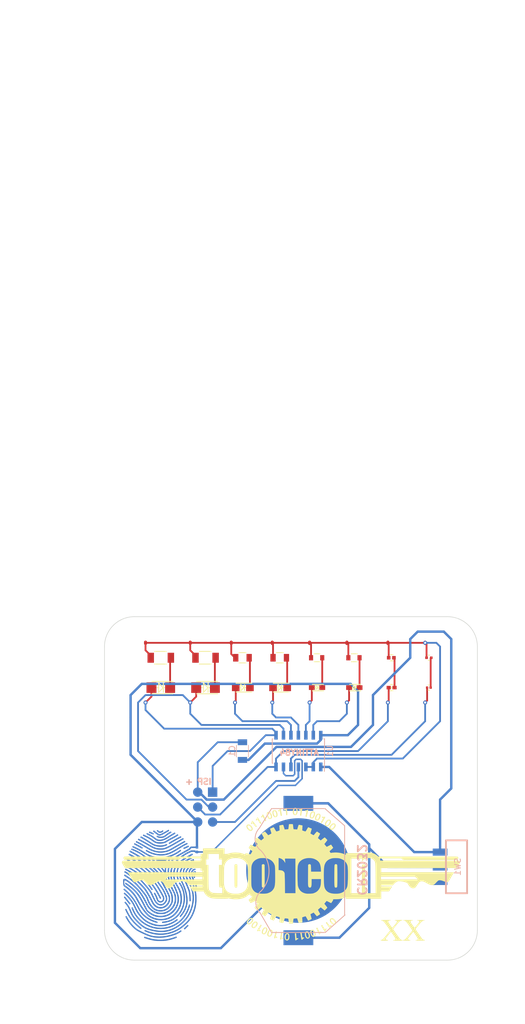
<source format=kicad_pcb>
(kicad_pcb (version 4) (host pcbnew 4.0.7)
  (layers (0 F.Cu signal) (31 B.Cu signal) (34 B.Paste user) (35 F.Paste user) (36 B.SilkS user) (37 F.SilkS user) (38 B.Mask user) (39 F.Mask user) (44 Edge.Cuts user))
  (net 0 "")
  (net 1 GND)
  (net 2 +BATT)
  (net 3 "Net-(D1-Pad1)")
  (net 4 "Net-(D2-Pad1)")
  (net 5 "Net-(D3-Pad1)")
  (net 6 "Net-(D3-Pad2)")
  (net 7 "Net-(D4-Pad2)")
  (net 8 "Net-(D4-Pad1)")
  (net 9 "Net-(BT1-Pad1)")
  (net 10 /MISO)
  (net 11 /SCK)
  (net 12 /MOSI)
  (net 13 /RESET)
  (net 14 "Net-(D5-Pad1)")
  (net 15 "Net-(D6-Pad1)")
  (net 16 "Net-(D7-Pad1)")
  (net 17 "Net-(D8-Pad1)")
  (net 18 "Net-(D8-Pad2)")
  (net 19 "Net-(PG1-Pad1)")
  (net 20 "Net-(D5-Pad2)")
  (net 21 "Net-(D6-Pad2)")
  (net 22 "Net-(SW1-Pad2)")
  (net 23 "Net-(R9-Pad1)")
  (module footprints:R_0201 (layer B.Cu) (at 107.188 155.194 90)
    (fp_text reference R9 hide)
    (fp_text value 100)
    (pad 1 smd rect (at -0.4 0 90) (size 0.45 0.43) (layers B.Cu) (net 23 "Net-(R9-Pad1)"))
    (pad 2 smd rect (at 0.4 0 90) (size 0.45 0.43) (layers B.Cu) (net 1 GND))
  )
  (module footprints:SPST_SMD (layer B.Cu) (at 148.59 158.115 270)
    (fp_text reference SW1 (at 0 -3 270) (layer B.SilkS) (effects (justify mirror)))
    (fp_text value SW_SPDT)
    (pad "" np_thru_hole circle (at 3.4 -2.75 270) (size 0.9 0.9) (drill 0.9) (layers *.Cu *.Mask))
    (pad 3 smd rect (at -2.5 0 270) (size 1.2 2.5) (layers B.Cu B.Paste B.Mask) (net 2 +BATT))
    (pad 1 smd rect (at 0.04 0 270) (size 1.2 2.5) (layers B.Cu B.Paste B.Mask) (net 9 "Net-(BT1-Pad1)"))
    (pad 2 smd rect (at 2.5 0 270) (size 1.2 2.5) (layers B.Cu B.Paste B.Mask) (net 22 "Net-(SW1-Pad2)"))
    (pad "" np_thru_hole circle (at -3.4 -2.75 270) (size 0.9 0.9) (drill 0.9) (layers *.Cu *.Mask))
  )
  (module footprints:BATT_CR2032_SMD (layer B.Cu) (at 124.46 158.75 90)
    (fp_text reference BT1 hide)
    (fp_text value Battery hide)
    (pad 2 smd circle (at 0 0 90) (size 17.78 17.78) (layers B.Cu B.Paste B.Mask) (net 1 GND))
    (pad 1 smd rect (at -11.43 0 90) (size 2.54 5.08) (layers B.Cu B.Paste B.Mask) (net 9 "Net-(BT1-Pad1)"))
    (pad 1 smd rect (at 11.43 0 90) (size 2.54 5.08) (layers B.Cu B.Paste B.Mask) (net 9 "Net-(BT1-Pad1)"))
  )
  (module footprints:AVR-ISP-6 (layer B.Cu) (at 109.855 145.415 180)
    (fp_text reference CON1 hide)
    (fp_text value AVR-ISP-6 hide)
    (pad 1 smd rect (at 0 0 180) (size 1.6 1.6) (layers B.Cu B.Paste B.Mask) (net 10 /MISO))
    (pad 2 smd circle (at 2.54 0 180) (size 1.6 1.6) (layers B.Cu B.Paste B.Mask) (net 2 +BATT))
    (pad 3 smd oval (at 0 -2.54 180) (size 1.6 1.6) (layers B.Cu B.Paste B.Mask) (net 11 /SCK))
    (pad 4 smd oval (at 2.54 -2.54 180) (size 1.6 1.6) (layers B.Cu B.Paste B.Mask) (net 12 /MOSI))
    (pad 5 smd oval (at 0 -5.08 180) (size 1.6 1.6) (layers B.Cu B.Paste B.Mask) (net 13 /RESET))
    (pad 6 smd oval (at 2.54 -5.08 180) (size 1.6 1.6) (layers B.Cu B.Paste B.Mask) (net 1 GND))
  )
  (module footprints:LED-0805 (layer F.Cu) (at 114.935 127.635 180)
    (fp_text reference D3 hide)
    (fp_text value LED)
    (pad 2 smd rect (at 1.143 0) (size 1.3 1.19888) (layers F.Cu F.Paste F.Mask) (net 6 "Net-(D3-Pad2)"))
    (pad 1 smd rect (at -1.27 0) (size 1.3 1.19888) (layers F.Cu F.Paste F.Mask) (net 5 "Net-(D3-Pad1)"))
  )
  (module footprints:LED-0805 (layer F.Cu) (at 121.285 127.635 180)
    (fp_text reference D4 hide)
    (fp_text value LED)
    (pad 2 smd rect (at 1.143 0) (size 1.3 1.19888) (layers F.Cu F.Paste F.Mask) (net 7 "Net-(D4-Pad2)"))
    (pad 1 smd rect (at -1.27 0) (size 1.3 1.19888) (layers F.Cu F.Paste F.Mask) (net 8 "Net-(D4-Pad1)"))
  )
  (module footprints:LED-0603 (layer F.Cu) (at 127.635 127.635 180)
    (fp_text reference D5 hide)
    (fp_text value LED)
    (pad 2 smd rect (at 0.889 0) (size 1 0.79756) (layers F.Cu F.Paste F.Mask) (net 20 "Net-(D5-Pad2)"))
    (pad 1 smd rect (at -0.889 0) (size 1 0.79756) (layers F.Cu F.Paste F.Mask) (net 14 "Net-(D5-Pad1)"))
  )
  (module footprints:LED_0201 (layer F.Cu) (at 146.685 127.635 180)
    (fp_text reference D8 hide)
    (fp_text value LED)
    (pad 1 smd rect (at -0.3 0 180) (size 0.4 0.4) (layers F.Cu F.Paste F.Mask) (net 17 "Net-(D8-Pad1)"))
    (pad 2 smd rect (at 0.3 0 180) (size 0.4 0.4) (layers F.Cu F.Paste F.Mask) (net 18 "Net-(D8-Pad2)"))
  )
  (module footprints:testPad (layer F.Cu) (at 98.425 130.175)
    (fp_text reference P2 hide)
    (fp_text value CONN_01X01)
    (pad 1 smd oval (at 0 0) (size 0.508 0.762) (layers F.Cu F.Paste F.Mask) (net 10 /MISO))
  )
  (module footprints:testPad (layer F.Cu) (at 106.045 130.175)
    (fp_text reference P3 hide)
    (fp_text value CONN_01X01)
    (pad 1 smd oval (at 0 0) (size 0.508 0.762) (layers F.Cu F.Paste F.Mask) (net 11 /SCK))
  )
  (module footprints:testPad (layer F.Cu) (at 113.665 130.175)
    (fp_text reference P4 hide)
    (fp_text value CONN_01X01)
    (pad 1 smd oval (at 0 0) (size 0.508 0.762) (layers F.Cu F.Paste F.Mask) (net 6 "Net-(D3-Pad2)"))
  )
  (module footprints:testPad (layer F.Cu) (at 120.015 130.175)
    (fp_text reference P5 hide)
    (fp_text value CONN_01X01)
    (pad 1 smd oval (at 0 0) (size 0.508 0.762) (layers F.Cu F.Paste F.Mask) (net 7 "Net-(D4-Pad2)"))
  )
  (module footprints:testPad (layer F.Cu) (at 126.365 130.175)
    (fp_text reference P6 hide)
    (fp_text value CONN_01X01)
    (pad 1 smd oval (at 0 0) (size 0.508 0.762) (layers F.Cu F.Paste F.Mask) (net 20 "Net-(D5-Pad2)"))
  )
  (module footprints:testPad (layer F.Cu) (at 132.715 130.175)
    (fp_text reference P7 hide)
    (fp_text value CONN_01X01)
    (pad 1 smd oval (at 0 0) (size 0.508 0.762) (layers F.Cu F.Paste F.Mask) (net 21 "Net-(D6-Pad2)"))
  )
  (module footprints:testPad (layer F.Cu) (at 139.7 130.175)
    (fp_text reference P8 hide)
    (fp_text value CONN_01X01)
    (pad 1 smd oval (at 0 0) (size 0.508 0.762) (layers F.Cu F.Paste F.Mask) (net 12 /MOSI))
  )
  (module footprints:testPad (layer F.Cu) (at 146.05 130.175)
    (fp_text reference P9 hide)
    (fp_text value CONN_01X01)
    (pad 1 smd oval (at 0 0) (size 0.508 0.762) (layers F.Cu F.Paste F.Mask) (net 18 "Net-(D8-Pad2)"))
  )
  (module footprints:testPad (layer F.Cu) (at 98.425 120.015)
    (fp_text reference PG1 hide)
    (fp_text value CONN_01X01)
    (pad 1 smd oval (at 0 0) (size 0.508 0.762) (layers F.Cu F.Paste F.Mask) (net 19 "Net-(PG1-Pad1)"))
  )
  (module footprints:testPad (layer F.Cu) (at 106.045 120.015)
    (fp_text reference PG2 hide)
    (fp_text value CONN_01X01)
    (pad 1 smd oval (at 0 0) (size 0.508 0.762) (layers F.Cu F.Paste F.Mask) (net 19 "Net-(PG1-Pad1)"))
  )
  (module footprints:testPad (layer F.Cu) (at 113.03 120.015)
    (fp_text reference PG3 hide)
    (fp_text value CONN_01X01)
    (pad 1 smd oval (at 0 0) (size 0.508 0.762) (layers F.Cu F.Paste F.Mask) (net 19 "Net-(PG1-Pad1)"))
  )
  (module footprints:testPad (layer F.Cu) (at 120.015 120.015)
    (fp_text reference PG4 hide)
    (fp_text value CONN_01X01)
    (pad 1 smd oval (at 0 0) (size 0.508 0.762) (layers F.Cu F.Paste F.Mask) (net 19 "Net-(PG1-Pad1)"))
  )
  (module footprints:testPad (layer F.Cu) (at 126.365 120.015)
    (fp_text reference PG5 hide)
    (fp_text value CONN_01X01)
    (pad 1 smd oval (at 0 0) (size 0.508 0.762) (layers F.Cu F.Paste F.Mask) (net 19 "Net-(PG1-Pad1)"))
  )
  (module footprints:testPad (layer F.Cu) (at 132.715 120.015)
    (fp_text reference PG6 hide)
    (fp_text value CONN_01X01)
    (pad 1 smd oval (at 0 0) (size 0.508 0.762) (layers F.Cu F.Paste F.Mask) (net 19 "Net-(PG1-Pad1)"))
  )
  (module footprints:testPad (layer F.Cu) (at 139.7 120.015)
    (fp_text reference PG7 hide)
    (fp_text value CONN_01X01)
    (pad 1 smd oval (at 0 0) (size 0.508 0.762) (layers F.Cu F.Paste F.Mask) (net 19 "Net-(PG1-Pad1)"))
  )
  (module footprints:testPad (layer F.Cu) (at 146.05 120.015)
    (fp_text reference PG8 hide)
    (fp_text value CONN_01X01)
    (pad 1 smd oval (at 0 0) (size 0.508 0.762) (layers F.Cu F.Paste F.Mask) (net 19 "Net-(PG1-Pad1)"))
  )
  (module footprints:R_0805 (layer F.Cu) (at 114.935 122.555 180)
    (fp_text reference R3 hide)
    (fp_text value 100)
    (pad 1 smd rect (at -1.143 0 180) (size 0.9 1.3) (layers F.Cu F.Paste F.Mask) (net 5 "Net-(D3-Pad1)"))
    (pad 2 smd rect (at 1.143 0 180) (size 0.9 1.3) (layers F.Cu F.Paste F.Mask) (net 19 "Net-(PG1-Pad1)"))
  )
  (module footprints:R_0805 (layer F.Cu) (at 121.285 122.555 180)
    (fp_text reference R4 hide)
    (fp_text value 100)
    (pad 1 smd rect (at -1.143 0 180) (size 0.9 1.3) (layers F.Cu F.Paste F.Mask) (net 8 "Net-(D4-Pad1)"))
    (pad 2 smd rect (at 1.143 0 180) (size 0.9 1.3) (layers F.Cu F.Paste F.Mask) (net 19 "Net-(PG1-Pad1)"))
  )
  (module footprints:R_0603 (layer F.Cu) (at 127.635 122.555 180)
    (fp_text reference R5 hide)
    (fp_text value 100)
    (pad 1 smd rect (at -0.889 0 180) (size 0.7 0.9) (layers F.Cu F.Paste F.Mask) (net 14 "Net-(D5-Pad1)"))
    (pad 2 smd rect (at 1.016 0 180) (size 0.7 0.9) (layers F.Cu F.Paste F.Mask) (net 19 "Net-(PG1-Pad1)"))
  )
  (module footprints:R_0201 (layer F.Cu) (at 146.685 122.555 180)
    (fp_text reference R8 hide)
    (fp_text value 100)
    (pad 1 smd rect (at -0.4 0 180) (size 0.45 0.43) (layers F.Cu F.Paste F.Mask) (net 17 "Net-(D8-Pad1)"))
    (pad 2 smd rect (at 0.4 0 180) (size 0.45 0.43) (layers F.Cu F.Paste F.Mask) (net 19 "Net-(PG1-Pad1)"))
  )
  (module Housings_SOIC:SOIC-14_3.9x8.7mm_Pitch1.27mm (layer B.Cu) (at 124.46 138.43 90)
    (fp_text reference U1 (at 0 5.375 90) (layer B.SilkS) (effects (justify mirror)))
    (fp_text value ATTINY84A-SSU)
    (pad 1 smd rect (at -2.7 3.81 90) (size 1.5 0.6) (layers B.Cu B.Paste B.Mask) (net 2 +BATT))
    (pad 2 smd rect (at -2.7 2.54 90) (size 1.5 0.6) (layers B.Cu B.Paste B.Mask) (net 19 "Net-(PG1-Pad1)"))
    (pad 3 smd rect (at -2.7 1.27 90) (size 1.5 0.6) (layers B.Cu B.Paste B.Mask) (net 19 "Net-(PG1-Pad1)"))
    (pad 4 smd rect (at -2.7 0 90) (size 1.5 0.6) (layers B.Cu B.Paste B.Mask) (net 13 /RESET))
    (pad 5 smd rect (at -2.7 -1.27 90) (size 1.5 0.6) (layers B.Cu B.Paste B.Mask) (net 18 "Net-(D8-Pad2)"))
    (pad 6 smd rect (at -2.7 -2.54 90) (size 1.5 0.6) (layers B.Cu B.Paste B.Mask) (net 23 "Net-(R9-Pad1)"))
    (pad 7 smd rect (at -2.7 -3.81 90) (size 1.5 0.6) (layers B.Cu B.Paste B.Mask) (net 12 /MOSI))
    (pad 8 smd rect (at 2.7 -3.81 90) (size 1.5 0.6) (layers B.Cu B.Paste B.Mask) (net 10 /MISO))
    (pad 9 smd rect (at 2.7 -2.54 90) (size 1.5 0.6) (layers B.Cu B.Paste B.Mask) (net 11 /SCK))
    (pad 10 smd rect (at 2.7 -1.27 90) (size 1.5 0.6) (layers B.Cu B.Paste B.Mask) (net 6 "Net-(D3-Pad2)"))
    (pad 11 smd rect (at 2.7 0 90) (size 1.5 0.6) (layers B.Cu B.Paste B.Mask) (net 7 "Net-(D4-Pad2)"))
    (pad 12 smd rect (at 2.7 1.27 90) (size 1.5 0.6) (layers B.Cu B.Paste B.Mask) (net 20 "Net-(D5-Pad2)"))
    (pad 13 smd rect (at 2.7 2.54 90) (size 1.5 0.6) (layers B.Cu B.Paste B.Mask) (net 21 "Net-(D6-Pad2)"))
    (pad 14 smd rect (at 2.7 3.81 90) (size 1.5 0.6) (layers B.Cu B.Paste B.Mask) (net 1 GND))
  )
  (module footprints:LED-0603 (layer F.Cu) (at 133.985 127.635 180)
    (fp_text reference D6 hide)
    (fp_text value LED)
    (pad 2 smd rect (at 0.889 0) (size 1 0.79756) (layers F.Cu F.Paste F.Mask) (net 21 "Net-(D6-Pad2)"))
    (pad 1 smd rect (at -0.889 0) (size 1 0.79756) (layers F.Cu F.Paste F.Mask) (net 15 "Net-(D6-Pad1)"))
  )
  (module footprints:LED_0402 (layer F.Cu) (at 140.335 127.635 180)
    (fp_text reference D7 hide)
    (fp_text value LED)
    (pad 1 smd rect (at -0.5 0 180) (size 0.7 0.6) (layers F.Cu F.Paste F.Mask) (net 16 "Net-(D7-Pad1)"))
    (pad 2 smd rect (at 0.5 0 180) (size 0.7 0.6) (layers F.Cu F.Paste F.Mask) (net 12 /MOSI))
  )
  (module footprints:R_0603 (layer F.Cu) (at 133.985 122.555 180)
    (fp_text reference R6 hide)
    (fp_text value 100)
    (pad 1 smd rect (at -0.889 0 180) (size 0.7 0.9) (layers F.Cu F.Paste F.Mask) (net 15 "Net-(D6-Pad1)"))
    (pad 2 smd rect (at 1.016 0 180) (size 0.7 0.9) (layers F.Cu F.Paste F.Mask) (net 19 "Net-(PG1-Pad1)"))
  )
  (module footprints:R_0402 (layer F.Cu) (at 140.335 122.555 180)
    (fp_text reference R7 hide)
    (fp_text value 100)
    (pad 1 smd rect (at -0.4 0 180) (size 0.6 0.6) (layers F.Cu F.Paste F.Mask) (net 16 "Net-(D7-Pad1)"))
    (pad 2 smd rect (at 0.5 0 180) (size 0.6 0.6) (layers F.Cu F.Paste F.Mask) (net 19 "Net-(PG1-Pad1)"))
  )
  (module Capacitors_SMD:C_1206 (layer B.Cu) (at 114.935 138.43 270)
    (fp_text reference C1 (at 0 1.75 270) (layer B.SilkS) (effects (justify mirror)))
    (fp_text value "0.1 uF")
    (pad 1 smd rect (at -1.5 0 270) (size 1 1.6) (layers B.Cu B.Paste B.Mask) (net 2 +BATT))
    (pad 2 smd rect (at 1.5 0 270) (size 1 1.6) (layers B.Cu B.Paste B.Mask) (net 1 GND))
  )
  (module footprints:LED-1206 (layer F.Cu) (at 100.965 127.635 180)
    (fp_text reference D1 hide)
    (fp_text value LED)
    (pad 2 smd rect (at 1.524 0) (size 1.7 1.80086) (layers F.Cu F.Paste F.Mask) (net 10 /MISO))
    (pad 1 smd rect (at -1.651 0) (size 1.7 1.80086) (layers F.Cu F.Paste F.Mask) (net 3 "Net-(D1-Pad1)"))
  )
  (module footprints:R_1206 (layer F.Cu) (at 100.965 122.555 180)
    (fp_text reference R1 hide)
    (fp_text value 100)
    (pad 1 smd rect (at -1.778 0 180) (size 1.1 1.7) (layers F.Cu F.Paste F.Mask) (net 3 "Net-(D1-Pad1)"))
    (pad 2 smd rect (at 1.651 0 180) (size 1.1 1.7) (layers F.Cu F.Paste F.Mask) (net 19 "Net-(PG1-Pad1)"))
  )
  (module footprints:LED-1206 (layer F.Cu) (at 108.585 127.635 180)
    (fp_text reference D2 hide)
    (fp_text value LED)
    (pad 2 smd rect (at 1.524 0) (size 1.7 1.80086) (layers F.Cu F.Paste F.Mask) (net 11 /SCK))
    (pad 1 smd rect (at -1.651 0) (size 1.7 1.80086) (layers F.Cu F.Paste F.Mask) (net 4 "Net-(D2-Pad1)"))
  )
  (module footprints:R_1206 (layer F.Cu) (at 108.585 122.555 180)
    (fp_text reference R2 hide)
    (fp_text value 100)
    (pad 1 smd rect (at -1.778 0 180) (size 1.1 1.7) (layers F.Cu F.Paste F.Mask) (net 4 "Net-(D2-Pad1)"))
    (pad 2 smd rect (at 1.651 0 180) (size 1.1 1.7) (layers F.Cu F.Paste F.Mask) (net 19 "Net-(PG1-Pad1)"))
  )
  (module footprints:xx (layer F.Cu) (at 142.24 168.91)
    (fp_text reference G*** hide)
    (fp_text value LOGO hide)
  )
  (module footprints:toor_logo (layer F.Cu) (at 123.19 159.385)
    (fp_text reference G*** hide)
    (fp_text value LOGO hide)
  )
  (module footprints:fingerprint (layer B.Cu) (at 100.965 161.29)
    (fp_text reference G*** hide)
    (fp_text value LOGO hide)
    (fp_poly (pts (xy 0.005834 -8.498761) (xy 0.181657 -8.558317) (xy 0.254441 -8.593971) (xy 0.370687 -8.654938) (xy 0.518856 -8.734803) (xy 0.687406 -8.827149) (xy 0.864795 -8.92556) (xy 1.039482 -9.02362) (xy 1.199927 -9.114912) (xy 1.334588 -9.193022) (xy 1.431924 -9.251531) (xy 1.455556 -9.266529) (xy 1.479618 -9.295838) (xy 1.470145 -9.34472) (xy 1.446803 -9.393786) (xy 1.411064 -9.458912) (xy 1.389656 -9.490501) (xy 1.388247 -9.491103) (xy 1.359934 -9.475139) (xy 1.286013 -9.432282) (xy 1.1756 -9.367847) (xy 1.03781 -9.287153) (xy 0.92075 -9.218434) (xy 0.616738 -9.043274) (xy 0.363059 -8.90473) (xy 0.158568 -8.802244) (xy 0.002116 -8.735254) (xy -0.107441 -8.703201) (xy -0.141196 -8.700022) (xy -0.193307 -8.710683) (xy -0.266472 -8.745029) (xy -0.367595 -8.807314) (xy -0.50358 -8.901794) (xy -0.681332 -9.032723) (xy -0.682625 -9.033692) (xy -1.127125 -9.366839) (xy -1.200681 -9.282937) (xy -1.242765 -9.221303) (xy -1.251092 -9.178283) (xy -1.248306 -9.174267) (xy -1.2154 -9.148163) (xy -1.140078 -9.091) (xy -1.031084 -9.009333) (xy -0.89716 -8.909717) (xy -0.766932 -8.813374) (xy -0.602421 -8.692632) (xy -0.479148 -8.604848) (xy -0.387616 -8.544793) (xy -0.318331 -8.507237) (xy -0.261798 -8.48695) (xy -0.208519 -8.478702) (xy -0.15665 -8.47725) (xy 0.005834 -8.498761)) (layer B.Cu) (width 0.01))
    (fp_poly (pts (xy 0.074303 -8.962869) (xy 0.251779 -9.022874) (xy 0.293151 -9.046619) (xy 0.404926 -9.1304) (xy 0.48017 -9.213387) (xy 0.507997 -9.283552) (xy 0.508 -9.284055) (xy 0.484373 -9.311668) (xy 0.427506 -9.354027) (xy 0.426986 -9.354368) (xy 0.367703 -9.388025) (xy 0.332167 -9.381373) (xy 0.298059 -9.339043) (xy 0.197174 -9.246663) (xy 0.057221 -9.189964) (xy -0.065659 -9.17575) (xy -0.152842 -9.183327) (xy -0.223421 -9.214124) (xy -0.302094 -9.280237) (xy -0.324971 -9.30275) (xy -0.394422 -9.371124) (xy -0.442284 -9.416204) (xy -0.456173 -9.427243) (xy -0.485381 -9.415883) (xy -0.547688 -9.392847) (xy -0.610064 -9.363002) (xy -0.635 -9.337569) (xy -0.612423 -9.289546) (xy -0.554663 -9.217616) (xy -0.476678 -9.136835) (xy -0.393427 -9.062258) (xy -0.319868 -9.008942) (xy -0.296635 -8.996993) (xy -0.115993 -8.953612) (xy 0.074303 -8.962869)) (layer B.Cu) (width 0.01))
    (fp_poly (pts (xy -1.182617 -8.694684) (xy -1.161748 -8.746982) (xy -1.144055 -8.813421) (xy -1.134494 -8.844025) (xy -1.158642 -8.862328) (xy -1.227953 -8.899312) (xy -1.329115 -8.948892) (xy -1.44882 -9.004984) (xy -1.573757 -9.061502) (xy -1.690617 -9.112363) (xy -1.78609 -9.151482) (xy -1.846865 -9.172774) (xy -1.858352 -9.174934) (xy -1.890793 -9.148937) (xy -1.9254 -9.084648) (xy -1.927782 -9.078511) (xy -1.946726 -9.019236) (xy -1.938514 -8.982458) (xy -1.891828 -8.951269) (xy -1.821691 -8.920063) (xy -1.717453 -8.875064) (xy -1.58491 -8.817418) (xy -1.461189 -8.763302) (xy -1.351901 -8.717043) (xy -1.264311 -8.683107) (xy -1.215328 -8.667994) (xy -1.212558 -8.66775) (xy -1.182617 -8.694684)) (layer B.Cu) (width 0.01))
    (fp_poly (pts (xy 0.340527 -8.09867) (xy 0.559454 -8.147824) (xy 0.750867 -8.23423) (xy 0.897963 -8.336366) (xy 1.090997 -8.49022) (xy 1.245623 -8.609443) (xy 1.37155 -8.700842) (xy 1.478487 -8.771222) (xy 1.576145 -8.827389) (xy 1.655361 -8.867257) (xy 1.758642 -8.91906) (xy 1.835168 -8.962372) (xy 1.870573 -8.988957) (xy 1.871463 -8.99112) (xy 1.860077 -9.052224) (xy 1.82768 -9.119903) (xy 1.788963 -9.167307) (xy 1.770848 -9.175028) (xy 1.723864 -9.160347) (xy 1.639996 -9.122601) (xy 1.539875 -9.071268) (xy 1.279118 -8.916193) (xy 1.034406 -8.738622) (xy 0.889 -8.617945) (xy 0.703216 -8.47394) (xy 0.528626 -8.378446) (xy 0.346281 -8.324084) (xy 0.13723 -8.303477) (xy 0.079375 -8.302734) (xy -0.070143 -8.305526) (xy -0.178683 -8.316562) (xy -0.268641 -8.340032) (xy -0.362409 -8.380129) (xy -0.379969 -8.388718) (xy -0.477825 -8.434958) (xy -0.53748 -8.453889) (xy -0.576708 -8.448187) (xy -0.610156 -8.423375) (xy -0.655643 -8.367844) (xy -0.655402 -8.317559) (xy -0.604871 -8.265535) (xy -0.499491 -8.20479) (xy -0.452438 -8.181894) (xy -0.347181 -8.1345) (xy -0.260371 -8.104796) (xy -0.170937 -8.088833) (xy -0.05781 -8.082661) (xy 0.079375 -8.082199) (xy 0.340527 -8.09867)) (layer B.Cu) (width 0.01))
    (fp_poly (pts (xy 0.0589 -7.56969) (xy 0.326003 -7.614465) (xy 0.602397 -7.700424) (xy 0.895544 -7.830274) (xy 1.212905 -8.006722) (xy 1.47446 -8.17337) (xy 1.649664 -8.287142) (xy 1.848974 -8.411756) (xy 2.0448 -8.530175) (xy 2.174875 -8.605862) (xy 2.3079 -8.681633) (xy 2.419596 -8.74571) (xy 2.499068 -8.791808) (xy 2.535415 -8.813644) (xy 2.536336 -8.814313) (xy 2.534691 -8.8476) (xy 2.513023 -8.909524) (xy 2.482798 -8.973583) (xy 2.455488 -9.013276) (xy 2.448835 -9.01651) (xy 2.415694 -9.001182) (xy 2.338095 -8.95937) (xy 2.226314 -8.896779) (xy 2.09063 -8.819113) (xy 2.032 -8.785124) (xy 1.855381 -8.680223) (xy 1.66636 -8.564405) (xy 1.487371 -8.451609) (xy 1.340848 -8.355777) (xy 1.33853 -8.354215) (xy 0.989172 -8.137693) (xy 0.657702 -7.970684) (xy 0.347889 -7.854681) (xy 0.063499 -7.79118) (xy -0.112033 -7.77875) (xy -0.312335 -7.79219) (xy -0.487389 -7.837366) (xy -0.655893 -7.921557) (xy -0.836545 -8.052047) (xy -0.85725 -8.068954) (xy -1.324367 -8.412974) (xy -1.827038 -8.705231) (xy -1.957202 -8.769584) (xy -2.101493 -8.83776) (xy -2.199603 -8.880883) (xy -2.262352 -8.901882) (xy -2.300562 -8.903687) (xy -2.325052 -8.88923) (xy -2.338497 -8.872832) (xy -2.372385 -8.81427) (xy -2.374006 -8.764638) (xy -2.336945 -8.716558) (xy -2.254788 -8.662653) (xy -2.12112 -8.595545) (xy -2.081191 -8.5769) (xy -1.618819 -8.334366) (xy -1.20315 -8.055625) (xy -1.031875 -7.919334) (xy -0.862195 -7.783855) (xy -0.718801 -7.688088) (xy -0.585122 -7.624887) (xy -0.444586 -7.587107) (xy -0.280624 -7.567602) (xy -0.206375 -7.563389) (xy 0.0589 -7.56969)) (layer B.Cu) (width 0.01))
    (fp_poly (pts (xy 0.11319 -7.119008) (xy 0.360428 -7.143302) (xy 0.533016 -7.175529) (xy 0.671683 -7.210641) (xy 0.782783 -7.245392) (xy 0.883481 -7.28766) (xy 0.99094 -7.345326) (xy 1.122322 -7.42627) (xy 1.227672 -7.494439) (xy 1.341895 -7.564553) (xy 1.4965 -7.653214) (xy 1.674783 -7.751156) (xy 1.860042 -7.849111) (xy 1.948699 -7.894504) (xy 2.143728 -7.995581) (xy 2.338484 -8.10092) (xy 2.524872 -8.205688) (xy 2.694792 -8.305053) (xy 2.840148 -8.394182) (xy 2.952842 -8.46824) (xy 3.024777 -8.522396) (xy 3.048 -8.550637) (xy 3.030077 -8.593435) (xy 2.990147 -8.651906) (xy 2.932294 -8.725454) (xy 2.664709 -8.550998) (xy 2.54467 -8.477161) (xy 2.383699 -8.384451) (xy 2.197933 -8.281835) (xy 2.003514 -8.178281) (xy 1.87325 -8.111221) (xy 1.679415 -8.010701) (xy 1.48048 -7.903451) (xy 1.293448 -7.798914) (xy 1.135327 -7.706535) (xy 1.055384 -7.657018) (xy 0.866748 -7.543387) (xy 0.696316 -7.460771) (xy 0.527411 -7.404744) (xy 0.343357 -7.37088) (xy 0.127475 -7.354755) (xy -0.09525 -7.351696) (xy -0.325941 -7.357199) (xy -0.511148 -7.37543) (xy -0.668469 -7.41183) (xy -0.815502 -7.471837) (xy -0.969842 -7.56089) (xy -1.132037 -7.672158) (xy -1.343596 -7.822502) (xy -1.518377 -7.942977) (xy -1.669939 -8.042421) (xy -1.811845 -8.12967) (xy -1.957656 -8.213562) (xy -1.993134 -8.233291) (xy -2.096747 -8.288529) (xy -2.226878 -8.35487) (xy -2.37166 -8.426632) (xy -2.519225 -8.498127) (xy -2.657706 -8.563671) (xy -2.775235 -8.61758) (xy -2.859945 -8.654168) (xy -2.899967 -8.667749) (xy -2.900054 -8.66775) (xy -2.924174 -8.642007) (xy -2.949861 -8.582207) (xy -2.968883 -8.514489) (xy -2.973011 -8.464993) (xy -2.966962 -8.455263) (xy -2.927593 -8.438651) (xy -2.843192 -8.401237) (xy -2.726444 -8.348691) (xy -2.599624 -8.291059) (xy -2.301826 -8.14657) (xy -2.019374 -7.990161) (xy -1.7326 -7.810223) (xy -1.42875 -7.600114) (xy -1.226752 -7.458884) (xy -1.06068 -7.352264) (xy -0.918115 -7.273689) (xy -0.786642 -7.216596) (xy -0.653843 -7.17442) (xy -0.595921 -7.159867) (xy -0.388524 -7.126965) (xy -0.144307 -7.113454) (xy 0.11319 -7.119008)) (layer B.Cu) (width 0.01))
    (fp_poly (pts (xy 1.781682 -7.198967) (xy 1.97892 -7.315728) (xy 2.201192 -7.44448) (xy 2.435729 -7.578072) (xy 2.669763 -7.709354) (xy 2.890526 -7.831177) (xy 3.08525 -7.936391) (xy 3.241165 -8.017847) (xy 3.27025 -8.032497) (xy 3.388057 -8.09177) (xy 3.482559 -8.14026) (xy 3.540627 -8.171184) (xy 3.552336 -8.178297) (xy 3.550569 -8.212451) (xy 3.528785 -8.275022) (xy 3.498486 -8.339302) (xy 3.471171 -8.378581) (xy 3.464835 -8.381507) (xy 3.431322 -8.367284) (xy 3.351681 -8.328316) (xy 3.235871 -8.269627) (xy 3.093853 -8.19624) (xy 2.996907 -8.145508) (xy 2.827332 -8.054835) (xy 2.639472 -7.951796) (xy 2.44113 -7.840938) (xy 2.240108 -7.726804) (xy 2.044209 -7.613942) (xy 1.861235 -7.506895) (xy 1.698988 -7.410209) (xy 1.565271 -7.32843) (xy 1.467886 -7.266103) (xy 1.414636 -7.227772) (xy 1.407076 -7.219347) (xy 1.41845 -7.176713) (xy 1.456997 -7.115236) (xy 1.51549 -7.039097) (xy 1.781682 -7.198967)) (layer B.Cu) (width 0.01))
    (fp_poly (pts (xy 0.300124 -6.59568) (xy 0.695137 -6.677432) (xy 0.936324 -6.758354) (xy 1.06775 -6.815205) (xy 1.142637 -6.866396) (xy 1.166674 -6.918897) (xy 1.145554 -6.97968) (xy 1.132602 -6.998753) (xy 1.106469 -7.02924) (xy 1.07569 -7.040256) (xy 1.024411 -7.030506) (xy 0.93678 -6.998692) (xy 0.885622 -6.978558) (xy 0.679495 -6.903727) (xy 0.494176 -6.854042) (xy 0.306214 -6.825333) (xy 0.092157 -6.813427) (xy -0.047625 -6.812543) (xy -0.418463 -6.834836) (xy -0.756974 -6.899557) (xy -1.080982 -7.010182) (xy -1.097941 -7.017329) (xy -1.169712 -7.054071) (xy -1.284231 -7.12019) (xy -1.431565 -7.209609) (xy -1.601784 -7.316246) (xy -1.784955 -7.434025) (xy -1.87325 -7.491867) (xy -2.063188 -7.615385) (xy -2.263403 -7.742624) (xy -2.466164 -7.868964) (xy -2.663738 -7.989782) (xy -2.848395 -8.100456) (xy -3.012402 -8.196364) (xy -3.148027 -8.272884) (xy -3.247539 -8.325394) (xy -3.303205 -8.349272) (xy -3.309123 -8.350229) (xy -3.337801 -8.324984) (xy -3.376949 -8.263417) (xy -3.380941 -8.255839) (xy -3.429763 -8.161429) (xy -3.294444 -8.092816) (xy -3.183702 -8.033024) (xy -3.031116 -7.945518) (xy -2.84805 -7.837238) (xy -2.645871 -7.715124) (xy -2.435944 -7.586116) (xy -2.229635 -7.457153) (xy -2.038309 -7.335176) (xy -1.873332 -7.227125) (xy -1.839252 -7.20426) (xy -1.583515 -7.03729) (xy -1.361503 -6.90644) (xy -1.159474 -6.805649) (xy -0.963685 -6.728855) (xy -0.760397 -6.669998) (xy -0.535866 -6.623016) (xy -0.511779 -6.618749) (xy -0.100322 -6.576298) (xy 0.300124 -6.59568)) (layer B.Cu) (width 0.01))
    (fp_poly (pts (xy 0.22735 -6.085585) (xy 0.422109 -6.097023) (xy 0.598015 -6.122087) (xy 0.768804 -6.164423) (xy 0.948213 -6.227678) (xy 1.149981 -6.315495) (xy 1.387843 -6.431522) (xy 1.474015 -6.4753) (xy 1.672528 -6.579127) (xy 1.906911 -6.705421) (xy 2.158597 -6.843949) (xy 2.409021 -6.98448) (xy 2.639617 -7.116783) (xy 2.667 -7.132745) (xy 2.874354 -7.253591) (xy 3.085306 -7.376035) (xy 3.286411 -7.49231) (xy 3.464221 -7.594647) (xy 3.60529 -7.675275) (xy 3.642603 -7.696424) (xy 3.967331 -7.879895) (xy 3.9196 -7.972197) (xy 3.880399 -8.035464) (xy 3.849717 -8.064324) (xy 3.84816 -8.0645) (xy 3.814737 -8.049287) (xy 3.734965 -8.006796) (xy 3.617343 -7.941741) (xy 3.470371 -7.85884) (xy 3.302548 -7.762809) (xy 3.253663 -7.734605) (xy 3.046316 -7.614544) (xy 2.824535 -7.485745) (xy 2.606351 -7.358705) (xy 2.409799 -7.243924) (xy 2.272972 -7.1637) (xy 2.043925 -7.03265) (xy 1.802058 -6.900676) (xy 1.557128 -6.772571) (xy 1.31889 -6.653122) (xy 1.097101 -6.547121) (xy 0.901516 -6.459357) (xy 0.74189 -6.394621) (xy 0.635 -6.359472) (xy 0.464579 -6.327782) (xy 0.248517 -6.310499) (xy 0.03175 -6.306516) (xy -0.223396 -6.314629) (xy -0.459701 -6.340376) (xy -0.687692 -6.387274) (xy -0.917894 -6.458843) (xy -1.160834 -6.5586) (xy -1.427038 -6.690066) (xy -1.727031 -6.856757) (xy -1.875809 -6.94417) (xy -2.051748 -7.047146) (xy -2.264317 -7.168753) (xy -2.500462 -7.301769) (xy -2.747126 -7.438978) (xy -2.991253 -7.573158) (xy -3.219788 -7.697092) (xy -3.419673 -7.80356) (xy -3.577853 -7.885343) (xy -3.578948 -7.885895) (xy -3.74477 -7.969442) (xy -3.797457 -7.867557) (xy -3.824949 -7.798992) (xy -3.825938 -7.759027) (xy -3.822135 -7.756198) (xy -3.774703 -7.734246) (xy -3.68015 -7.685695) (xy -3.54671 -7.615061) (xy -3.382616 -7.526864) (xy -3.196099 -7.42562) (xy -2.995394 -7.315846) (xy -2.788732 -7.202061) (xy -2.584347 -7.088782) (xy -2.390472 -6.980527) (xy -2.215339 -6.881813) (xy -2.067181 -6.797158) (xy -1.957319 -6.732921) (xy -1.641136 -6.550134) (xy -1.363542 -6.403591) (xy -1.113685 -6.289692) (xy -0.880707 -6.204841) (xy -0.653754 -6.14544) (xy -0.421971 -6.107889) (xy -0.174503 -6.08859) (xy 0 -6.084129) (xy 0.22735 -6.085585)) (layer B.Cu) (width 0.01))
    (fp_poly (pts (xy 0.619688 -5.614227) (xy 1.039817 -5.701988) (xy 1.185431 -5.742949) (xy 1.326983 -5.790329) (xy 1.472673 -5.848092) (xy 1.6307 -5.920201) (xy 1.809264 -6.010618) (xy 2.016564 -6.123306) (xy 2.260799 -6.262229) (xy 2.55017 -6.431349) (xy 2.555875 -6.434713) (xy 2.782891 -6.567922) (xy 3.025799 -6.709278) (xy 3.268561 -6.849529) (xy 3.495139 -6.979421) (xy 3.689495 -7.089704) (xy 3.753491 -7.125621) (xy 4.252607 -7.404563) (xy 4.205113 -7.496406) (xy 4.1662 -7.559344) (xy 4.13606 -7.58773) (xy 4.134622 -7.587866) (xy 4.101881 -7.572694) (xy 4.021578 -7.530167) (xy 3.901274 -7.46445) (xy 3.748533 -7.379706) (xy 3.570918 -7.280101) (xy 3.39725 -7.181873) (xy 3.16681 -7.050581) (xy 2.920813 -6.909641) (xy 2.675278 -6.768286) (xy 2.446224 -6.635747) (xy 2.249672 -6.521256) (xy 2.180075 -6.480426) (xy 1.887856 -6.31201) (xy 1.635948 -6.176052) (xy 1.412834 -6.068324) (xy 1.206993 -5.984599) (xy 1.006908 -5.920647) (xy 0.801059 -5.872242) (xy 0.577928 -5.835155) (xy 0.346058 -5.807247) (xy -0.038874 -5.788629) (xy -0.421468 -5.815511) (xy -0.807652 -5.889622) (xy -1.203352 -6.012688) (xy -1.614492 -6.186436) (xy -2.046999 -6.412595) (xy -2.3495 -6.592942) (xy -2.521915 -6.698216) (xy -2.715401 -6.812816) (xy -2.922118 -6.932445) (xy -3.134225 -7.052803) (xy -3.343881 -7.169592) (xy -3.543245 -7.278515) (xy -3.724478 -7.375272) (xy -3.879737 -7.455565) (xy -4.001182 -7.515095) (xy -4.080973 -7.549565) (xy -4.107139 -7.5565) (xy -4.127288 -7.530793) (xy -4.154774 -7.471606) (xy -4.178935 -7.405834) (xy -4.189108 -7.360376) (xy -4.187337 -7.354197) (xy -4.156554 -7.337271) (xy -4.078323 -7.296097) (xy -3.961703 -7.23539) (xy -3.815754 -7.159866) (xy -3.65125 -7.075125) (xy -3.448643 -6.967725) (xy -3.213239 -6.837712) (xy -2.965669 -6.696796) (xy -2.726559 -6.556691) (xy -2.551269 -6.450621) (xy -2.36226 -6.335973) (xy -2.174417 -6.225413) (xy -2.000452 -6.126176) (xy -1.85308 -6.045499) (xy -1.745015 -5.990619) (xy -1.734634 -5.98581) (xy -1.249755 -5.791647) (xy -0.777187 -5.65795) (xy -0.311626 -5.584176) (xy 0.152232 -5.569782) (xy 0.619688 -5.614227)) (layer B.Cu) (width 0.01))
    (fp_poly (pts (xy 0.39469 -5.106133) (xy 0.687192 -5.130956) (xy 0.965853 -5.176027) (xy 1.239648 -5.244373) (xy 1.517549 -5.339019) (xy 1.80853 -5.462993) (xy 2.121564 -5.61932) (xy 2.465626 -5.811027) (xy 2.819773 -6.022775) (xy 3.0133 -6.141346) (xy 3.220725 -6.268367) (xy 3.42294 -6.392141) (xy 3.600841 -6.500973) (xy 3.682805 -6.551083) (xy 3.852655 -6.651525) (xy 4.036968 -6.755039) (xy 4.212244 -6.848706) (xy 4.341618 -6.913326) (xy 4.463847 -6.972353) (xy 4.561209 -7.021516) (xy 4.621636 -7.054589) (xy 4.6355 -7.0649) (xy 4.61998 -7.117517) (xy 4.584511 -7.180358) (xy 4.545729 -7.22708) (xy 4.527216 -7.23639) (xy 4.483808 -7.222447) (xy 4.399356 -7.187754) (xy 4.290051 -7.139054) (xy 4.259098 -7.124715) (xy 4.155534 -7.075112) (xy 4.050723 -7.021916) (xy 3.937489 -6.960963) (xy 3.808656 -6.888089) (xy 3.657045 -6.799132) (xy 3.47548 -6.689928) (xy 3.256784 -6.556313) (xy 2.993781 -6.394124) (xy 2.905125 -6.339247) (xy 2.527859 -6.110482) (xy 2.19199 -5.918285) (xy 1.889495 -5.759351) (xy 1.612351 -5.630373) (xy 1.352536 -5.528044) (xy 1.102028 -5.449059) (xy 0.852803 -5.39011) (xy 0.59684 -5.347891) (xy 0.460375 -5.331657) (xy 0.036938 -5.313635) (xy -0.407979 -5.343946) (xy -0.857193 -5.42055) (xy -1.287122 -5.539261) (xy -1.435877 -5.59377) (xy -1.609523 -5.665026) (xy -1.792788 -5.745952) (xy -1.970396 -5.829473) (xy -2.127073 -5.908514) (xy -2.247545 -5.975999) (xy -2.290922 -6.004254) (xy -2.389279 -6.07429) (xy -2.448059 -5.997832) (xy -2.490035 -5.937092) (xy -2.507545 -5.899861) (xy -2.48136 -5.870377) (xy -2.409092 -5.819675) (xy -2.301816 -5.754201) (xy -2.170609 -5.680396) (xy -2.026545 -5.604705) (xy -1.880701 -5.533572) (xy -1.867014 -5.52722) (xy -1.415381 -5.342511) (xy -0.972305 -5.212202) (xy -0.520803 -5.132552) (xy -0.043896 -5.099821) (xy 0.079375 -5.098531) (xy 0.39469 -5.106133)) (layer B.Cu) (width 0.01))
    (fp_poly (pts (xy -3.08629 -6.280686) (xy -3.054049 -6.334489) (xy -3.026461 -6.39836) (xy -3.01625 -6.443841) (xy -3.043038 -6.466177) (xy -3.117936 -6.513136) (xy -3.232747 -6.579982) (xy -3.379274 -6.661984) (xy -3.549322 -6.754406) (xy -3.611563 -6.787641) (xy -3.845087 -6.912055) (xy -4.028526 -7.009797) (xy -4.168222 -7.083321) (xy -4.270518 -7.135079) (xy -4.341755 -7.167526) (xy -4.388275 -7.183115) (xy -4.41642 -7.184298) (xy -4.432532 -7.173531) (xy -4.442953 -7.153265) (xy -4.454025 -7.125955) (xy -4.459063 -7.115504) (xy -4.487776 -7.044342) (xy -4.478812 -7.00345) (xy -4.467977 -6.993342) (xy -4.433472 -6.973068) (xy -4.352554 -6.92811) (xy -4.234848 -6.863655) (xy -4.089977 -6.784887) (xy -3.927565 -6.696992) (xy -3.757237 -6.605155) (xy -3.588618 -6.51456) (xy -3.43133 -6.430395) (xy -3.294998 -6.357842) (xy -3.189246 -6.302089) (xy -3.123699 -6.268319) (xy -3.110307 -6.261865) (xy -3.08629 -6.280686)) (layer B.Cu) (width 0.01))
    (fp_poly (pts (xy 4.038239 -6.209026) (xy 4.085672 -6.228145) (xy 4.174158 -6.267141) (xy 4.290681 -6.319957) (xy 4.422223 -6.380538) (xy 4.55577 -6.442826) (xy 4.678303 -6.500767) (xy 4.776806 -6.548304) (xy 4.838263 -6.579381) (xy 4.851938 -6.587604) (xy 4.8455 -6.61767) (xy 4.820336 -6.677372) (xy 4.788432 -6.741726) (xy 4.761774 -6.785751) (xy 4.753747 -6.792267) (xy 4.724091 -6.778687) (xy 4.647384 -6.742862) (xy 4.533999 -6.689656) (xy 4.394309 -6.623931) (xy 4.333875 -6.595453) (xy 4.186038 -6.525575) (xy 4.059901 -6.465605) (xy 3.966018 -6.420589) (xy 3.914945 -6.395572) (xy 3.908913 -6.392328) (xy 3.911356 -6.360648) (xy 3.933618 -6.294793) (xy 3.936914 -6.286707) (xy 3.975126 -6.219951) (xy 4.019853 -6.204766) (xy 4.038239 -6.209026)) (layer B.Cu) (width 0.01))
    (fp_poly (pts (xy 0.222814 -4.61032) (xy 0.493178 -4.625114) (xy 0.729912 -4.649815) (xy 0.754092 -4.653287) (xy 1.247993 -4.752876) (xy 1.747753 -4.903082) (xy 2.233504 -5.096815) (xy 2.685375 -5.326987) (xy 2.752143 -5.366089) (xy 2.910389 -5.463833) (xy 3.067884 -5.566844) (xy 3.215431 -5.668462) (xy 3.343831 -5.762028) (xy 3.443888 -5.840882) (xy 3.506403 -5.898365) (xy 3.523203 -5.924391) (xy 3.502525 -5.969705) (xy 3.460111 -6.017202) (xy 3.415919 -6.051923) (xy 3.378334 -6.053938) (xy 3.32352 -6.020541) (xy 3.293624 -5.998311) (xy 2.798301 -5.660426) (xy 2.287176 -5.378186) (xy 1.764012 -5.152335) (xy 1.232573 -4.983618) (xy 0.696622 -4.87278) (xy 0.159923 -4.820567) (xy -0.373762 -4.827723) (xy -0.900668 -4.894994) (xy -1.417033 -5.023124) (xy -1.498965 -5.049503) (xy -1.673758 -5.111906) (xy -1.843547 -5.18257) (xy -2.01989 -5.267368) (xy -2.214344 -5.372175) (xy -2.438463 -5.502866) (xy -2.674198 -5.646922) (xy -2.868866 -5.765452) (xy -3.086784 -5.894521) (xy -3.304467 -6.020428) (xy -3.498432 -6.129471) (xy -3.543296 -6.154029) (xy -3.706577 -6.240637) (xy -3.884317 -6.331359) (xy -4.066555 -6.421497) (xy -4.243333 -6.506356) (xy -4.40469 -6.58124) (xy -4.540669 -6.641451) (xy -4.641309 -6.682295) (xy -4.696651 -6.699075) (xy -4.699538 -6.69925) (xy -4.733306 -6.672869) (xy -4.764466 -6.614704) (xy -4.779944 -6.54647) (xy -4.771618 -6.507755) (xy -4.734151 -6.486411) (xy -4.65129 -6.44538) (xy -4.535667 -6.390761) (xy -4.41325 -6.334674) (xy -4.11146 -6.191107) (xy -3.778017 -6.020081) (xy -3.432191 -5.832078) (xy -3.093252 -5.637578) (xy -2.780468 -5.447062) (xy -2.775106 -5.443677) (xy -2.439549 -5.239357) (xy -2.136853 -5.073188) (xy -1.853658 -4.939782) (xy -1.576602 -4.833748) (xy -1.292325 -4.749699) (xy -0.987468 -4.682244) (xy -0.809625 -4.650827) (xy -0.597399 -4.625687) (xy -0.34174 -4.610576) (xy -0.061914 -4.605464) (xy 0.222814 -4.61032)) (layer B.Cu) (width 0.01))
    (fp_poly (pts (xy 0.587375 5.902054) (xy 1.032426 5.816626) (xy 1.459783 5.673531) (xy 1.862998 5.476471) (xy 2.235623 5.229148) (xy 2.571208 4.935265) (xy 2.863305 4.598523) (xy 2.867356 4.593119) (xy 3.114153 4.232857) (xy 3.309895 3.875847) (xy 3.463313 3.50394) (xy 3.580019 3.1115) (xy 3.614432 2.965319) (xy 3.63793 2.837748) (xy 3.652428 2.709899) (xy 3.659837 2.562883) (xy 3.662068 2.377812) (xy 3.661985 2.301875) (xy 3.64194 1.875669) (xy 3.582323 1.472632) (xy 3.479725 1.081963) (xy 3.330738 0.692861) (xy 3.131955 0.294521) (xy 2.912957 -0.072504) (xy 2.717935 -0.428016) (xy 2.565635 -0.810192) (xy 2.458671 -1.207077) (xy 2.399654 -1.606715) (xy 2.391197 -1.997153) (xy 2.424687 -2.307046) (xy 2.478468 -2.565573) (xy 2.547687 -2.800396) (xy 2.636863 -3.016746) (xy 2.750511 -3.219849) (xy 2.893148 -3.414936) (xy 3.069291 -3.607236) (xy 3.283458 -3.801977) (xy 3.540164 -4.004388) (xy 3.843926 -4.219698) (xy 4.199261 -4.453136) (xy 4.373602 -4.563246) (xy 4.55989 -4.67745) (xy 4.759223 -4.79577) (xy 4.952396 -4.90705) (xy 5.120205 -5.000132) (xy 5.183187 -5.033557) (xy 5.314618 -5.103084) (xy 5.422576 -5.162474) (xy 5.496158 -5.205568) (xy 5.524463 -5.226204) (xy 5.5245 -5.22645) (xy 5.511031 -5.265433) (xy 5.479679 -5.328438) (xy 5.444024 -5.390596) (xy 5.417648 -5.42704) (xy 5.413746 -5.42925) (xy 5.374647 -5.4137) (xy 5.28992 -5.370386) (xy 5.168329 -5.304311) (xy 5.018641 -5.220477) (xy 4.849621 -5.123886) (xy 4.670032 -5.019541) (xy 4.488641 -4.912444) (xy 4.314212 -4.807598) (xy 4.177348 -4.7236) (xy 3.845621 -4.513893) (xy 3.565063 -4.328062) (xy 3.329982 -4.161718) (xy 3.134682 -4.010473) (xy 2.973473 -3.869937) (xy 2.840659 -3.735722) (xy 2.739606 -3.615288) (xy 2.518118 -3.291437) (xy 2.352458 -2.962822) (xy 2.239024 -2.618567) (xy 2.174216 -2.247793) (xy 2.154412 -1.847662) (xy 2.18393 -1.396982) (xy 2.271767 -0.955868) (xy 2.419247 -0.520149) (xy 2.627696 -0.085655) (xy 2.811871 0.221969) (xy 3.03639 0.621285) (xy 3.210792 1.043346) (xy 3.334268 1.480494) (xy 3.40601 1.925072) (xy 3.42521 2.369423) (xy 3.391058 2.805888) (xy 3.302748 3.226811) (xy 3.168823 3.60332) (xy 2.958777 4.017952) (xy 2.707218 4.397309) (xy 2.419707 4.734441) (xy 2.101804 5.022399) (xy 1.93675 5.143356) (xy 1.547127 5.37038) (xy 1.13462 5.539602) (xy 0.704285 5.650243) (xy 0.261177 5.701524) (xy -0.18965 5.692667) (xy -0.643139 5.622893) (xy -0.845057 5.571889) (xy -1.088104 5.490422) (xy -1.340619 5.383962) (xy -1.582109 5.26241) (xy -1.792079 5.135669) (xy -1.882413 5.070681) (xy -2.058143 4.916492) (xy -2.254571 4.713147) (xy -2.465517 4.469022) (xy -2.684798 4.192488) (xy -2.906232 3.891921) (xy -3.123635 3.575693) (xy -3.330827 3.25218) (xy -3.521625 2.929754) (xy -3.68045 2.63525) (xy -3.861004 2.292426) (xy -4.02943 1.997373) (xy -4.194213 1.737804) (xy -4.363845 1.501433) (xy -4.546812 1.275972) (xy -4.751604 1.049133) (xy -4.839899 0.956942) (xy -5.144198 0.659256) (xy -5.440279 0.403524) (xy -5.74663 0.174089) (xy -5.838265 0.111421) (xy -5.940832 0.038274) (xy -6.019088 -0.025782) (xy -6.060651 -0.070274) (xy -6.06425 -0.079711) (xy -6.086471 -0.131533) (xy -6.111875 -0.158749) (xy -6.136308 -0.196775) (xy -6.151273 -0.268929) (xy -6.158362 -0.386267) (xy -6.1595 -0.489662) (xy -6.15328 -0.665171) (xy -6.130884 -0.783196) (xy -6.086709 -0.846309) (xy -6.015153 -0.857085) (xy -5.910613 -0.818095) (xy -5.767486 -0.731914) (xy -5.712716 -0.694856) (xy -5.308359 -0.401484) (xy -4.91111 -0.08465) (xy -4.530971 0.246474) (xy -4.177943 0.582716) (xy -3.862028 0.914901) (xy -3.593228 1.233857) (xy -3.553111 1.285875) (xy -3.36545 1.549073) (xy -3.163324 1.862448) (xy -2.952642 2.216035) (xy -2.739315 2.599869) (xy -2.529253 3.003985) (xy -2.503301 3.055867) (xy -2.391685 3.27653) (xy -2.297899 3.451727) (xy -2.213706 3.593891) (xy -2.130866 3.715458) (xy -2.041142 3.828863) (xy -1.936297 3.946542) (xy -1.859436 4.027778) (xy -1.5567 4.307978) (xy -1.238076 4.531537) (xy -0.893026 4.705093) (xy -0.633882 4.799203) (xy -0.53243 4.828699) (xy -0.437681 4.849218) (xy -0.334597 4.86226) (xy -0.208136 4.869325) (xy -0.043261 4.871911) (xy 0.09525 4.871888) (xy 0.290114 4.870272) (xy 0.436642 4.865829) (xy 0.549988 4.856787) (xy 0.645305 4.841377) (xy 0.737749 4.81783) (xy 0.841375 4.784744) (xy 1.205249 4.631749) (xy 1.546619 4.427845) (xy 1.854143 4.181069) (xy 2.116477 3.899455) (xy 2.147639 3.859431) (xy 2.314654 3.621187) (xy 2.442016 3.391751) (xy 2.54314 3.145065) (xy 2.590353 2.999522) (xy 2.628479 2.863473) (xy 2.653872 2.742487) (xy 2.66915 2.616096) (xy 2.67693 2.463835) (xy 2.679579 2.301875) (xy 2.677521 2.102083) (xy 2.665812 1.923941) (xy 2.641279 1.756622) (xy 2.60075 1.5893) (xy 2.541052 1.411147) (xy 2.459013 1.211335) (xy 2.351461 0.979038) (xy 2.215223 0.703428) (xy 2.205712 0.684573) (xy 1.988806 0.232468) (xy 1.813647 -0.186017) (xy 1.677421 -0.582502) (xy 1.577314 -0.968606) (xy 1.510515 -1.355951) (xy 1.474211 -1.756156) (xy 1.465587 -2.180842) (xy 1.469191 -2.357961) (xy 1.480482 -2.625271) (xy 1.498185 -2.843875) (xy 1.525143 -3.028467) (xy 1.564196 -3.193741) (xy 1.618186 -3.354391) (xy 1.689954 -3.525111) (xy 1.698534 -3.543995) (xy 1.898444 -3.911435) (xy 2.147291 -4.243794) (xy 2.447905 -4.544155) (xy 2.803117 -4.815601) (xy 2.956201 -4.913768) (xy 3.042195 -4.964987) (xy 3.173455 -5.041441) (xy 3.339832 -5.13735) (xy 3.53118 -5.246937) (xy 3.73735 -5.364425) (xy 3.948196 -5.484034) (xy 4.15357 -5.599987) (xy 4.343325 -5.706507) (xy 4.507313 -5.797815) (xy 4.556125 -5.824769) (xy 4.671307 -5.888388) (xy 4.808343 -5.964345) (xy 4.912848 -6.022442) (xy 5.110822 -6.132696) (xy 5.062846 -6.225473) (xy 5.019229 -6.288658) (xy 4.978349 -6.316321) (xy 4.975997 -6.316369) (xy 4.935595 -6.300802) (xy 4.851141 -6.259317) (xy 4.733653 -6.197608) (xy 4.594152 -6.121369) (xy 4.54025 -6.091229) (xy 4.380455 -6.00149) (xy 4.183007 -5.890839) (xy 3.965734 -5.769254) (xy 3.746464 -5.646712) (xy 3.571875 -5.549277) (xy 3.249499 -5.36656) (xy 2.977318 -5.205345) (xy 2.74785 -5.060569) (xy 2.553611 -4.927169) (xy 2.38712 -4.80008) (xy 2.240896 -4.67424) (xy 2.148258 -4.585841) (xy 1.868217 -4.275927) (xy 1.640768 -3.95233) (xy 1.463782 -3.609039) (xy 1.335134 -3.240044) (xy 1.252696 -2.839337) (xy 1.214342 -2.400905) (xy 1.216432 -1.952625) (xy 1.235592 -1.640257) (xy 1.267425 -1.35615) (xy 1.31569 -1.07799) (xy 1.384147 -0.783466) (xy 1.46001 -0.50708) (xy 1.644787 0.049252) (xy 1.869754 0.571806) (xy 2.060192 0.936625) (xy 2.199575 1.201808) (xy 2.301394 1.438042) (xy 2.371102 1.663089) (xy 2.414153 1.894712) (xy 2.435999 2.150671) (xy 2.436546 2.162496) (xy 2.437081 2.467511) (xy 2.406601 2.734814) (xy 2.341487 2.983974) (xy 2.238633 3.233507) (xy 2.040411 3.585332) (xy 1.806312 3.886337) (xy 1.533072 4.140185) (xy 1.271876 4.319086) (xy 0.957228 4.481602) (xy 0.649181 4.588252) (xy 0.333144 4.64303) (xy 0.055541 4.651991) (xy -0.328331 4.612102) (xy -0.700663 4.512829) (xy -1.053287 4.358014) (xy -1.378037 4.151499) (xy -1.666747 3.897124) (xy -1.755536 3.800084) (xy -1.843341 3.697196) (xy -1.915388 3.607696) (xy -1.978353 3.520743) (xy -2.038916 3.425493) (xy -2.103754 3.311103) (xy -2.179544 3.166731) (xy -2.272965 2.981535) (xy -2.32901 2.868959) (xy -2.565976 2.412262) (xy -2.809401 1.981732) (xy -3.054937 1.584001) (xy -3.298232 1.225703) (xy -3.534937 0.913472) (xy -3.760701 0.653939) (xy -3.824844 0.588146) (xy -4.148636 0.275286) (xy -4.477583 -0.024865) (xy -4.803312 -0.30539) (xy -5.117454 -0.559373) (xy -5.411637 -0.779898) (xy -5.67749 -0.960048) (xy -5.760621 -1.01128) (xy -5.937234 -1.102148) (xy -6.080862 -1.142311) (xy -6.196045 -1.132287) (xy -6.287324 -1.072595) (xy -6.288309 -1.071562) (xy -6.314721 -1.040212) (xy -6.332707 -1.004027) (xy -6.343379 -0.951804) (xy -6.347852 -0.87234) (xy -6.347236 -0.754434) (xy -6.342646 -0.586881) (xy -6.341132 -0.53975) (xy -6.333142 -0.366334) (xy -6.321529 -0.207843) (xy -6.307671 -0.078925) (xy -6.292948 0.005776) (xy -6.288336 0.021) (xy -6.234101 0.105717) (xy -6.144762 0.189456) (xy -6.117688 0.208543) (xy -5.758067 0.465987) (xy -5.401071 0.761803) (xy -5.059943 1.083196) (xy -4.747928 1.417369) (xy -4.478269 1.751527) (xy -4.385001 1.882656) (xy -4.334701 1.962799) (xy -4.26274 2.085934) (xy -4.176695 2.238687) (xy -4.084144 2.407682) (xy -4.025276 2.517656) (xy -3.776673 2.968421) (xy -3.520434 3.398611) (xy -3.260472 3.802938) (xy -3.000697 4.176111) (xy -2.745022 4.51284) (xy -2.497358 4.807836) (xy -2.261616 5.055809) (xy -2.041708 5.251468) (xy -1.956075 5.316017) (xy -1.576554 5.5467) (xy -1.164962 5.724748) (xy -0.726447 5.848974) (xy -0.266155 5.918194) (xy 0.210765 5.93122) (xy 0.587375 5.902054)) (layer B.Cu) (width 0.01))
    (fp_poly (pts (xy 1.103116 -0.613643) (xy 1.168985 -0.637788) (xy 1.232828 -0.665131) (xy 1.268519 -0.685118) (xy 1.27 -0.687528) (xy 1.257138 -0.732367) (xy 1.222601 -0.820681) (xy 1.172462 -0.938828) (xy 1.112795 -1.073167) (xy 1.049674 -1.210057) (xy 0.989171 -1.335856) (xy 0.93736 -1.436922) (xy 0.931871 -1.447002) (xy 0.778827 -1.695188) (xy 0.577073 -1.973575) (xy 0.331038 -2.277599) (xy 0.045153 -2.602697) (xy -0.276153 -2.944305) (xy -0.628451 -3.297861) (xy -1.007311 -3.658801) (xy -1.408305 -4.022562) (xy -1.827001 -4.384582) (xy -2.258971 -4.740296) (xy -2.286 -4.761968) (xy -2.687107 -5.073991) (xy -3.058547 -5.342889) (xy -3.410519 -5.574963) (xy -3.753218 -5.776515) (xy -4.096843 -5.953847) (xy -4.451592 -6.113262) (xy -4.515167 -6.139619) (xy -4.674003 -6.204429) (xy -4.784108 -6.246665) (xy -4.855668 -6.267441) (xy -4.898868 -6.267872) (xy -4.923894 -6.24907) (xy -4.940932 -6.212151) (xy -4.949676 -6.18714) (xy -4.97132 -6.117647) (xy -4.977593 -6.081544) (xy -4.976956 -6.080497) (xy -4.945823 -6.06745) (xy -4.869148 -6.036837) (xy -4.760583 -5.994084) (xy -4.699 -5.970005) (xy -4.458539 -5.868752) (xy -4.189386 -5.743143) (xy -3.915042 -5.604926) (xy -3.659008 -5.465846) (xy -3.486316 -5.363819) (xy -3.212385 -5.183257) (xy -2.910081 -4.965057) (xy -2.585815 -4.71513) (xy -2.245998 -4.439384) (xy -1.897041 -4.143731) (xy -1.545353 -3.83408) (xy -1.197346 -3.51634) (xy -0.859431 -3.196422) (xy -0.538019 -2.880236) (xy -0.239519 -2.573692) (xy 0.029657 -2.282699) (xy 0.263099 -2.013167) (xy 0.454396 -1.771006) (xy 0.537424 -1.654425) (xy 0.613048 -1.533698) (xy 0.700819 -1.379074) (xy 0.79226 -1.207118) (xy 0.878894 -1.034393) (xy 0.952245 -0.877461) (xy 1.003837 -0.752886) (xy 1.014446 -0.722312) (xy 1.040562 -0.64709) (xy 1.058679 -0.6059) (xy 1.061349 -0.60325) (xy 1.103116 -0.613643)) (layer B.Cu) (width 0.01))
    (fp_poly (pts (xy 0.247591 4.427689) (xy 0.590555 4.365703) (xy 0.910627 4.252747) (xy 1.200671 4.091837) (xy 1.45355 3.885991) (xy 1.611937 3.707316) (xy 1.673892 3.620673) (xy 1.747393 3.509093) (xy 1.825448 3.384386) (xy 1.901061 3.258361) (xy 1.967241 3.14283) (xy 2.016992 3.049604) (xy 2.043323 2.990491) (xy 2.044866 2.9762) (xy 2.048178 2.942471) (xy 2.069268 2.868503) (xy 2.090102 2.807818) (xy 2.122878 2.666547) (xy 2.139199 2.479083) (xy 2.13938 2.260476) (xy 2.123737 2.025778) (xy 2.092585 1.790041) (xy 2.065849 1.651) (xy 2.028488 1.504829) (xy 1.977421 1.350497) (xy 1.909414 1.181227) (xy 1.821232 0.990242) (xy 1.70964 0.770765) (xy 1.571404 0.516019) (xy 1.403288 0.219226) (xy 1.285404 0.015875) (xy 1.056984 -0.370106) (xy 0.848502 -0.70946) (xy 0.65233 -1.012761) (xy 0.460841 -1.290586) (xy 0.266406 -1.553512) (xy 0.061399 -1.812113) (xy -0.161808 -2.076968) (xy -0.410843 -2.358651) (xy -0.491001 -2.447217) (xy -1.086298 -3.061139) (xy -1.738173 -3.656523) (xy -2.441297 -4.228963) (xy -3.190342 -4.774053) (xy -3.762375 -5.151721) (xy -3.903969 -5.239181) (xy -4.069322 -5.33774) (xy -4.249568 -5.44249) (xy -4.435843 -5.548523) (xy -4.61928 -5.650933) (xy -4.791015 -5.744811) (xy -4.942181 -5.825251) (xy -5.063914 -5.887344) (xy -5.147347 -5.926184) (xy -5.181456 -5.93725) (xy -5.204173 -5.911852) (xy -5.233654 -5.856381) (xy -5.260957 -5.786571) (xy -5.2705 -5.745574) (xy -5.243859 -5.719792) (xy -5.171915 -5.673811) (xy -5.066642 -5.614856) (xy -4.976813 -5.568372) (xy -4.776827 -5.462993) (xy -4.538014 -5.328822) (xy -4.27341 -5.17371) (xy -3.99605 -5.005506) (xy -3.718972 -4.832059) (xy -3.455209 -4.66122) (xy -3.317875 -4.56941) (xy -2.661177 -4.095588) (xy -2.014141 -3.572216) (xy -1.392832 -3.01292) (xy -0.87906 -2.500733) (xy -0.615588 -2.220827) (xy -0.382644 -1.964138) (xy -0.173187 -1.721169) (xy 0.019823 -1.482422) (xy 0.203423 -1.2384) (xy 0.384654 -0.979607) (xy 0.570555 -0.696544) (xy 0.768165 -0.379716) (xy 0.984523 -0.019624) (xy 1.080341 0.142822) (xy 1.270794 0.470525) (xy 1.42936 0.752764) (xy 1.558862 0.99725) (xy 1.662127 1.21169) (xy 1.74198 1.403793) (xy 1.801246 1.581268) (xy 1.842751 1.751825) (xy 1.86932 1.92317) (xy 1.883778 2.103014) (xy 1.888951 2.299065) (xy 1.889125 2.3495) (xy 1.887863 2.538714) (xy 1.880839 2.686583) (xy 1.863193 2.807972) (xy 1.830065 2.917741) (xy 1.776595 3.030753) (xy 1.697924 3.161871) (xy 1.589192 3.325956) (xy 1.551783 3.38118) (xy 1.33159 3.65731) (xy 1.084161 3.876151) (xy 0.808488 4.038247) (xy 0.503568 4.144136) (xy 0.168395 4.19436) (xy 0.03175 4.198967) (xy -0.294354 4.172749) (xy -0.604116 4.093902) (xy -0.887835 3.966216) (xy -1.135811 3.793483) (xy -1.229211 3.706123) (xy -1.51281 3.37376) (xy -1.759129 2.995032) (xy -1.970086 2.566741) (xy -2.07987 2.286357) (xy -2.142735 2.124385) (xy -2.214389 1.960477) (xy -2.283965 1.818709) (xy -2.319743 1.755027) (xy -2.389506 1.649849) (xy -2.492574 1.507012) (xy -2.620694 1.336872) (xy -2.765618 1.149784) (xy -2.919095 0.956105) (xy -3.072873 0.766191) (xy -3.218702 0.590398) (xy -3.348333 0.439082) (xy -3.453514 0.3226) (xy -3.494323 0.280691) (xy -3.604697 0.165376) (xy -3.717197 0.037288) (xy -3.805544 -0.073342) (xy -3.92958 -0.220745) (xy -4.100882 -0.393897) (xy -4.311824 -0.586624) (xy -4.554779 -0.792751) (xy -4.822121 -1.006103) (xy -5.106225 -1.220506) (xy -5.399463 -1.429785) (xy -5.694211 -1.627765) (xy -5.840853 -1.721268) (xy -6.080125 -1.870911) (xy -6.134982 -1.800643) (xy -6.175824 -1.737136) (xy -6.190545 -1.695505) (xy -6.16551 -1.666144) (xy -6.096605 -1.610949) (xy -5.993972 -1.537475) (xy -5.867753 -1.453276) (xy -5.849938 -1.441807) (xy -5.436167 -1.166325) (xy -5.058363 -0.891707) (xy -4.706769 -0.608996) (xy -4.371628 -0.309234) (xy -4.043181 0.016537) (xy -3.711673 0.377275) (xy -3.367345 0.781937) (xy -3.190108 1.000068) (xy -2.992783 1.247644) (xy -2.831284 1.454646) (xy -2.700483 1.62903) (xy -2.595255 1.778755) (xy -2.510472 1.911775) (xy -2.441008 2.036049) (xy -2.381736 2.159533) (xy -2.327531 2.290184) (xy -2.283826 2.40671) (xy -2.133722 2.785078) (xy -1.975478 3.111158) (xy -1.802394 3.396146) (xy -1.607771 3.651238) (xy -1.415651 3.857625) (xy -1.143198 4.08797) (xy -0.850781 4.258783) (xy -0.533575 4.372204) (xy -0.186757 4.430369) (xy -0.111125 4.435686) (xy 0.247591 4.427689)) (layer B.Cu) (width 0.01))
    (fp_poly (pts (xy 0.316477 5.394292) (xy 0.764097 5.323477) (xy 1.184778 5.197492) (xy 1.574993 5.018711) (xy 1.931213 4.789509) (xy 2.249911 4.51226) (xy 2.527557 4.189339) (xy 2.760625 3.82312) (xy 2.818946 3.710026) (xy 2.993794 3.297683) (xy 3.107611 2.895196) (xy 3.161012 2.497199) (xy 3.154614 2.098325) (xy 3.089033 1.693207) (xy 3.062713 1.5875) (xy 3.005753 1.398242) (xy 2.925467 1.16619) (xy 2.827368 0.905124) (xy 2.716965 0.628826) (xy 2.599771 0.351077) (xy 2.481297 0.085656) (xy 2.367053 -0.153654) (xy 2.36373 -0.160323) (xy 2.174348 -0.581694) (xy 2.038013 -0.984597) (xy 1.951971 -1.380878) (xy 1.913472 -1.782382) (xy 1.9142 -2.0955) (xy 1.954856 -2.51177) (xy 2.043323 -2.893977) (xy 2.182661 -3.248308) (xy 2.37593 -3.580949) (xy 2.626192 -3.89809) (xy 2.936507 -4.205918) (xy 2.974789 -4.239782) (xy 3.344575 -4.547978) (xy 3.724304 -4.835376) (xy 4.104687 -5.095974) (xy 4.476432 -5.32377) (xy 4.830248 -5.51276) (xy 5.156844 -5.656942) (xy 5.184706 -5.667561) (xy 5.27676 -5.707831) (xy 5.316532 -5.742744) (xy 5.316041 -5.775456) (xy 5.288115 -5.852463) (xy 5.279069 -5.881687) (xy 5.263689 -5.916452) (xy 5.23571 -5.93103) (xy 5.18417 -5.923697) (xy 5.098111 -5.89273) (xy 4.966573 -5.836406) (xy 4.953 -5.830419) (xy 4.68714 -5.708522) (xy 4.456895 -5.591662) (xy 4.237193 -5.466176) (xy 4.002965 -5.318404) (xy 3.952875 -5.28544) (xy 3.613937 -5.050846) (xy 3.288369 -4.80561) (xy 2.984141 -4.556689) (xy 2.709222 -4.311042) (xy 2.471582 -4.075628) (xy 2.279191 -3.857405) (xy 2.202807 -3.757406) (xy 1.986318 -3.402097) (xy 1.824145 -3.016374) (xy 1.71695 -2.603789) (xy 1.665397 -2.167892) (xy 1.670147 -1.712234) (xy 1.731863 -1.240366) (xy 1.732527 -1.236858) (xy 1.773693 -1.039808) (xy 1.821058 -0.858389) (xy 1.879764 -0.678096) (xy 1.954953 -0.484422) (xy 2.051767 -0.26286) (xy 2.159671 -0.03175) (xy 2.337827 0.354047) (xy 2.499479 0.727571) (xy 2.639994 1.077439) (xy 2.754734 1.392265) (xy 2.814239 1.575807) (xy 2.850243 1.702047) (xy 2.874807 1.813719) (xy 2.890152 1.929084) (xy 2.898498 2.066404) (xy 2.902065 2.243941) (xy 2.902501 2.301875) (xy 2.898869 2.554755) (xy 2.881971 2.766459) (xy 2.84778 2.958634) (xy 2.792266 3.152929) (xy 2.7114 3.370993) (xy 2.696772 3.407245) (xy 2.587912 3.64576) (xy 2.462792 3.857542) (xy 2.307807 4.063277) (xy 2.145091 4.246018) (xy 1.834243 4.540528) (xy 1.510194 4.774884) (xy 1.166423 4.95208) (xy 0.79641 5.075112) (xy 0.393637 5.146974) (xy 0.140788 5.16646) (xy -0.275004 5.158508) (xy -0.666179 5.095003) (xy -1.041788 4.973568) (xy -1.41088 4.791828) (xy -1.508402 4.733469) (xy -1.660812 4.634299) (xy -1.812731 4.52726) (xy -1.954213 4.420261) (xy -2.075308 4.32121) (xy -2.166071 4.238015) (xy -2.216552 4.178583) (xy -2.222636 4.16567) (xy -2.246449 4.107361) (xy -2.296148 4.001615) (xy -2.367379 3.856831) (xy -2.455786 3.681408) (xy -2.557014 3.483745) (xy -2.666707 3.272241) (xy -2.780511 3.055296) (xy -2.894069 2.841307) (xy -3.003028 2.638676) (xy -3.10303 2.455799) (xy -3.187332 2.305272) (xy -3.296861 2.116475) (xy -3.410557 1.926668) (xy -3.51931 1.750643) (xy -3.614007 1.603189) (xy -3.67518 1.513409) (xy -3.834125 1.309002) (xy -4.033767 1.080792) (xy -4.262246 0.840611) (xy -4.507699 0.600291) (xy -4.758264 0.371663) (xy -5.00208 0.166558) (xy -5.109403 0.082836) (xy -5.341239 -0.091768) (xy -5.528375 -0.229378) (xy -5.675826 -0.332504) (xy -5.788609 -0.403657) (xy -5.871738 -0.445347) (xy -5.930229 -0.460083) (xy -5.969098 -0.450377) (xy -5.993361 -0.418738) (xy -6.008033 -0.367677) (xy -6.008168 -0.366973) (xy -6.005618 -0.296464) (xy -5.95968 -0.231757) (xy -5.930557 -0.205614) (xy -5.864092 -0.15482) (xy -5.817315 -0.128168) (xy -5.811532 -0.127) (xy -5.773599 -0.108038) (xy -5.69537 -0.055675) (xy -5.585716 0.023308) (xy -5.45351 0.122129) (xy -5.307625 0.234008) (xy -5.156931 0.352162) (xy -5.010302 0.46981) (xy -4.87661 0.580171) (xy -4.793843 0.650875) (xy -4.594973 0.830081) (xy -4.41069 1.010159) (xy -4.237075 1.19684) (xy -4.070207 1.395853) (xy -3.906169 1.612928) (xy -3.741041 1.853796) (xy -3.570903 2.124186) (xy -3.391837 2.429829) (xy -3.199923 2.776453) (xy -2.991242 3.16979) (xy -2.761875 3.615569) (xy -2.749866 3.639194) (xy -2.630068 3.87272) (xy -2.531096 4.058234) (xy -2.446355 4.204996) (xy -2.369251 4.322269) (xy -2.293189 4.419314) (xy -2.211575 4.505392) (xy -2.117814 4.589766) (xy -2.010541 4.67753) (xy -1.630464 4.942501) (xy -1.229415 5.149077) (xy -0.810885 5.296183) (xy -0.378364 5.382743) (xy 0.064658 5.407683) (xy 0.316477 5.394292)) (layer B.Cu) (width 0.01))
    (fp_poly (pts (xy 0.238209 3.913685) (xy 0.378971 3.885764) (xy 0.684204 3.778796) (xy 0.960173 3.615618) (xy 1.158997 3.444875) (xy 1.366252 3.194632) (xy 1.52033 2.915121) (xy 1.619023 2.614337) (xy 1.660121 2.300277) (xy 1.641416 1.980934) (xy 1.608228 1.818966) (xy 1.571678 1.709951) (xy 1.507117 1.55368) (xy 1.418503 1.357762) (xy 1.309797 1.129807) (xy 1.184956 0.877423) (xy 1.04794 0.60822) (xy 0.902706 0.329806) (xy 0.753215 0.049792) (xy 0.603424 -0.224213) (xy 0.457293 -0.484602) (xy 0.31878 -0.723763) (xy 0.191844 -0.934089) (xy 0.103943 -1.072427) (xy -0.135572 -1.416459) (xy -0.398039 -1.749328) (xy -0.695207 -2.0852) (xy -0.982725 -2.382499) (xy -1.342235 -2.723081) (xy -1.751044 -3.077583) (xy -2.198679 -3.438494) (xy -2.674667 -3.7983) (xy -3.168532 -4.149491) (xy -3.6698 -4.484553) (xy -4.167999 -4.795976) (xy -4.652652 -5.076247) (xy -4.987077 -5.254403) (xy -5.331644 -5.430653) (xy -5.380447 -5.336278) (xy -5.413673 -5.268079) (xy -5.429113 -5.228607) (xy -5.42925 -5.227237) (xy -5.402773 -5.207943) (xy -5.330105 -5.165099) (xy -5.221398 -5.104452) (xy -5.0868 -5.031746) (xy -5.040313 -5.00708) (xy -4.491606 -4.702835) (xy -3.941551 -4.370368) (xy -3.39825 -4.015711) (xy -2.8698 -3.644901) (xy -2.364302 -3.263969) (xy -1.889855 -2.87895) (xy -1.454559 -2.495879) (xy -1.066512 -2.120788) (xy -0.83366 -1.87325) (xy -0.637588 -1.650668) (xy -0.462814 -1.440886) (xy -0.302964 -1.234372) (xy -0.151665 -1.021589) (xy -0.002541 -0.793005) (xy 0.15078 -0.539085) (xy 0.314674 -0.250295) (xy 0.495513 0.082899) (xy 0.577921 0.238125) (xy 0.761884 0.587404) (xy 0.917794 0.886375) (xy 1.047879 1.140547) (xy 1.154367 1.355427) (xy 1.239487 1.536522) (xy 1.305467 1.68934) (xy 1.354537 1.819387) (xy 1.388925 1.932172) (xy 1.41086 2.033202) (xy 1.422569 2.127983) (xy 1.426282 2.222024) (xy 1.424228 2.320832) (xy 1.423898 2.328718) (xy 1.412893 2.478913) (xy 1.389788 2.599282) (xy 1.346857 2.720412) (xy 1.297551 2.829009) (xy 1.140681 3.089791) (xy 0.93928 3.315146) (xy 0.703134 3.495013) (xy 0.588042 3.55848) (xy 0.48382 3.607631) (xy 0.399556 3.639194) (xy 0.315415 3.657042) (xy 0.21156 3.665051) (xy 0.068156 3.667092) (xy 0.03175 3.667125) (xy -0.123061 3.665747) (xy -0.233877 3.659164) (xy -0.320186 3.643704) (xy -0.401475 3.615696) (xy -0.497232 3.571467) (xy -0.510518 3.564945) (xy -0.68499 3.459125) (xy -0.861436 3.316971) (xy -0.91767 3.26332) (xy -1.007558 3.168286) (xy -1.082904 3.073865) (xy -1.153437 2.9651) (xy -1.228889 2.827032) (xy -1.3159 2.651125) (xy -1.404028 2.474893) (xy -1.515163 2.263291) (xy -1.64295 2.02751) (xy -1.78103 1.778744) (xy -1.923048 1.528182) (xy -2.062648 1.287016) (xy -2.193473 1.066437) (xy -2.309167 0.877637) (xy -2.403372 0.731807) (xy -2.419244 0.708538) (xy -2.582211 0.491541) (xy -2.790384 0.245013) (xy -3.036948 -0.024162) (xy -3.315088 -0.309102) (xy -3.617988 -0.602924) (xy -3.938832 -0.898745) (xy -4.270805 -1.189681) (xy -4.439702 -1.331887) (xy -4.806328 -1.626172) (xy -5.160192 -1.887859) (xy -5.526577 -2.135191) (xy -5.74248 -2.271644) (xy -6.039834 -2.455712) (xy -6.098961 -2.378793) (xy -6.144882 -2.303305) (xy -6.158152 -2.246076) (xy -6.135319 -2.222525) (xy -6.133959 -2.2225) (xy -6.081442 -2.203538) (xy -5.986086 -2.149947) (xy -5.854715 -2.066668) (xy -5.694153 -1.958643) (xy -5.511224 -1.830812) (xy -5.312752 -1.688118) (xy -5.105562 -1.535501) (xy -4.896477 -1.377903) (xy -4.692321 -1.220266) (xy -4.499919 -1.067529) (xy -4.326094 -0.924636) (xy -4.238625 -0.850077) (xy -4.067831 -0.697159) (xy -3.876531 -0.517476) (xy -3.673492 -0.320015) (xy -3.46748 -0.113762) (xy -3.267259 0.0923) (xy -3.081595 0.289184) (xy -2.919254 0.467905) (xy -2.789 0.619477) (xy -2.720373 0.706266) (xy -2.58718 0.895386) (xy -2.435809 1.128996) (xy -2.274509 1.393846) (xy -2.111531 1.676687) (xy -2.07282 1.74625) (xy -2.013872 1.85287) (xy -1.936875 1.992052) (xy -1.854545 2.140811) (xy -1.816484 2.209561) (xy -1.731996 2.366618) (xy -1.635621 2.552686) (xy -1.542066 2.739111) (xy -1.494786 2.836329) (xy -1.318017 3.147438) (xy -1.110841 3.409958) (xy -0.877343 3.621602) (xy -0.621606 3.780084) (xy -0.347713 3.883117) (xy -0.059747 3.928413) (xy 0.238209 3.913685)) (layer B.Cu) (width 0.01))
    (fp_poly (pts (xy 0.207847 3.406476) (xy 0.316914 3.387451) (xy 0.418476 3.348967) (xy 0.465855 3.325417) (xy 0.653214 3.199861) (xy 0.831135 3.029256) (xy 0.982565 2.831597) (xy 1.055951 2.702777) (xy 1.120713 2.540133) (xy 1.154633 2.371427) (xy 1.156538 2.189257) (xy 1.125255 1.986224) (xy 1.059611 1.754925) (xy 0.958434 1.487959) (xy 0.820549 1.177926) (xy 0.811095 1.157818) (xy 0.722891 0.980285) (xy 0.619008 0.785685) (xy 0.515053 0.602703) (xy 0.456953 0.506943) (xy 0.378235 0.38567) (xy 0.271871 0.227599) (xy 0.142952 0.039838) (xy -0.003432 -0.170503) (xy -0.16219 -0.396315) (xy -0.328232 -0.630488) (xy -0.496467 -0.865913) (xy -0.661804 -1.09548) (xy -0.819153 -1.312081) (xy -0.963423 -1.508605) (xy -1.089523 -1.677943) (xy -1.192362 -1.812987) (xy -1.266851 -1.906625) (xy -1.292833 -1.93675) (xy -1.407673 -2.056143) (xy -1.561042 -2.20656) (xy -1.742543 -2.378546) (xy -1.941775 -2.562649) (xy -2.148341 -2.749416) (xy -2.351841 -2.929393) (xy -2.541878 -3.093129) (xy -2.708052 -3.231169) (xy -2.778125 -3.286962) (xy -2.981735 -3.440497) (xy -3.221689 -3.612597) (xy -3.483064 -3.793244) (xy -3.750933 -3.972416) (xy -4.010373 -4.140095) (xy -4.246456 -4.286261) (xy -4.404112 -4.378511) (xy -4.509298 -4.435879) (xy -4.643757 -4.506251) (xy -4.796802 -4.58437) (xy -4.957745 -4.664975) (xy -5.115898 -4.742809) (xy -5.260575 -4.812611) (xy -5.381087 -4.869124) (xy -5.466747 -4.907089) (xy -5.506868 -4.921245) (xy -5.507097 -4.92125) (xy -5.532139 -4.896989) (xy -5.555133 -4.859837) (xy -5.582072 -4.791274) (xy -5.587805 -4.756649) (xy -5.560513 -4.728271) (xy -5.486023 -4.68044) (xy -5.375187 -4.619451) (xy -5.238852 -4.551598) (xy -5.214809 -4.54025) (xy -4.80642 -4.335128) (xy -4.373202 -4.092509) (xy -3.931882 -3.822908) (xy -3.499188 -3.536842) (xy -3.091849 -3.244824) (xy -2.82575 -3.038477) (xy -2.636795 -2.881697) (xy -2.431352 -2.703108) (xy -2.218044 -2.51092) (xy -2.005491 -2.313345) (xy -1.802317 -2.118593) (xy -1.617143 -1.934875) (xy -1.45859 -1.770403) (xy -1.335282 -1.633386) (xy -1.282816 -1.569092) (xy -1.204346 -1.464682) (xy -1.098757 -1.320542) (xy -0.971381 -1.144253) (xy -0.827551 -0.943394) (xy -0.672599 -0.725545) (xy -0.511858 -0.498285) (xy -0.350661 -0.269194) (xy -0.194341 -0.045852) (xy -0.04823 0.164163) (xy 0.082339 0.353271) (xy 0.192034 0.513891) (xy 0.275522 0.638445) (xy 0.32747 0.719353) (xy 0.328863 0.721651) (xy 0.45413 0.943571) (xy 0.573715 1.182382) (xy 0.683221 1.426818) (xy 0.778249 1.665614) (xy 0.854401 1.887501) (xy 0.907279 2.081214) (xy 0.932484 2.235486) (xy 0.933991 2.271772) (xy 0.906124 2.454467) (xy 0.828201 2.644005) (xy 0.709929 2.82577) (xy 0.561016 2.985147) (xy 0.391169 3.107521) (xy 0.371966 3.117917) (xy 0.201638 3.175428) (xy 0.010928 3.189073) (xy -0.174848 3.158837) (xy -0.276044 3.118261) (xy -0.41708 3.023589) (xy -0.565911 2.889118) (xy -0.704584 2.733092) (xy -0.815142 2.573757) (xy -0.819785 2.565725) (xy -0.86306 2.483998) (xy -0.926372 2.356468) (xy -1.003869 2.195313) (xy -1.089701 2.012713) (xy -1.178014 1.820849) (xy -1.184984 1.805524) (xy -1.296952 1.562121) (xy -1.391926 1.364567) (xy -1.477361 1.200102) (xy -1.56071 1.055969) (xy -1.649425 0.91941) (xy -1.750959 0.777666) (xy -1.872767 0.617981) (xy -1.896617 0.587375) (xy -2.353266 0.022344) (xy -2.800677 -0.491887) (xy -3.236703 -0.953089) (xy -3.659195 -1.359031) (xy -4.066002 -1.707485) (xy -4.23403 -1.837931) (xy -4.378328 -1.942258) (xy -4.548977 -2.059027) (xy -4.737825 -2.183305) (xy -4.93672 -2.310158) (xy -5.137513 -2.434655) (xy -5.33205 -2.551862) (xy -5.512182 -2.656844) (xy -5.669756 -2.744671) (xy -5.796621 -2.810407) (xy -5.884626 -2.84912) (xy -5.918725 -2.8575) (xy -5.959421 -2.831517) (xy -5.997279 -2.773065) (xy -6.016192 -2.728424) (xy -6.018374 -2.695195) (xy -5.994988 -2.664196) (xy -5.937198 -2.626246) (xy -5.836169 -2.572165) (xy -5.771941 -2.538929) (xy -5.55922 -2.423596) (xy -5.316725 -2.283368) (xy -5.06581 -2.131006) (xy -4.827831 -1.97927) (xy -4.758434 -1.93329) (xy -4.436646 -1.706839) (xy -4.12684 -1.465194) (xy -3.821206 -1.201092) (xy -3.511934 -0.907271) (xy -3.191213 -0.576469) (xy -2.851234 -0.201424) (xy -2.662196 0.015875) (xy -2.418917 0.302027) (xy -2.214951 0.549215) (xy -2.04543 0.764089) (xy -1.905489 0.953298) (xy -1.790262 1.123492) (xy -1.694882 1.281322) (xy -1.614485 1.433435) (xy -1.59433 1.475203) (xy -1.43758 1.804782) (xy -1.303778 2.082007) (xy -1.189866 2.312453) (xy -1.092785 2.501695) (xy -1.009476 2.655308) (xy -0.93688 2.778867) (xy -0.871938 2.877948) (xy -0.811592 2.958125) (xy -0.752782 3.024975) (xy -0.732776 3.045475) (xy -0.53494 3.217682) (xy -0.339046 3.332749) (xy -0.134152 3.395713) (xy 0.0635 3.412019) (xy 0.207847 3.406476)) (layer B.Cu) (width 0.01))
    (fp_poly (pts (xy 2.995887 -1.029389) (xy 3.066821 -1.046517) (xy 3.10347 -1.060887) (xy 3.100571 -1.094894) (xy 3.081306 -1.172896) (xy 3.049718 -1.278756) (xy 3.045879 -1.290744) (xy 3.000122 -1.483267) (xy 2.969849 -1.716371) (xy 2.955843 -1.968859) (xy 2.95889 -2.219537) (xy 2.979773 -2.447208) (xy 2.999116 -2.554809) (xy 3.068857 -2.78986) (xy 3.169837 -3.02547) (xy 3.292035 -3.242078) (xy 3.425431 -3.420122) (xy 3.462562 -3.459538) (xy 3.614915 -3.593444) (xy 3.816647 -3.742682) (xy 4.057366 -3.901134) (xy 4.326682 -4.062684) (xy 4.614204 -4.221214) (xy 4.909544 -4.370608) (xy 5.202309 -4.504749) (xy 5.326684 -4.556977) (xy 5.461082 -4.613184) (xy 5.545727 -4.653886) (xy 5.590379 -4.685725) (xy 5.604798 -4.715344) (xy 5.600656 -4.743467) (xy 5.582282 -4.798462) (xy 5.560349 -4.83424) (xy 5.525808 -4.849825) (xy 5.469608 -4.844242) (xy 5.382698 -4.816515) (xy 5.256029 -4.765667) (xy 5.08055 -4.690722) (xy 5.070181 -4.686259) (xy 4.703966 -4.518635) (xy 4.353645 -4.338892) (xy 4.028219 -4.152508) (xy 3.736689 -3.964962) (xy 3.488057 -3.781731) (xy 3.291323 -3.608293) (xy 3.279564 -3.596495) (xy 3.137659 -3.422376) (xy 3.005273 -3.203502) (xy 2.891662 -2.958619) (xy 2.806081 -2.706472) (xy 2.774868 -2.574334) (xy 2.744541 -2.34733) (xy 2.733048 -2.089254) (xy 2.739559 -1.820803) (xy 2.763246 -1.562671) (xy 2.803281 -1.335553) (xy 2.828142 -1.243371) (xy 2.865718 -1.126189) (xy 2.893729 -1.058105) (xy 2.921269 -1.027522) (xy 2.957429 -1.022839) (xy 2.995887 -1.029389)) (layer B.Cu) (width 0.01))
    (fp_poly (pts (xy 0.86851 -2.044374) (xy 0.931281 -2.099476) (xy 0.940367 -2.11263) (xy 0.970157 -2.17627) (xy 0.981124 -2.258687) (xy 0.975676 -2.380288) (xy 0.974061 -2.398184) (xy 0.966918 -2.593468) (xy 0.976077 -2.819878) (xy 0.999204 -3.054553) (xy 1.033969 -3.274635) (xy 1.078039 -3.457263) (xy 1.084035 -3.476168) (xy 1.138964 -3.613815) (xy 1.215794 -3.769829) (xy 1.298439 -3.911696) (xy 1.30304 -3.918757) (xy 1.377672 -4.022992) (xy 1.470137 -4.138389) (xy 1.570514 -4.254191) (xy 1.668881 -4.359643) (xy 1.755317 -4.443989) (xy 1.819901 -4.496474) (xy 1.847049 -4.5085) (xy 1.872282 -4.529756) (xy 1.856829 -4.586104) (xy 1.80802 -4.660785) (xy 1.74279 -4.743711) (xy 1.450832 -4.442094) (xy 1.236478 -4.205283) (xy 1.070715 -3.982626) (xy 0.946745 -3.759129) (xy 0.857769 -3.519798) (xy 0.796989 -3.249639) (xy 0.757606 -2.933657) (xy 0.755378 -2.908315) (xy 0.718754 -2.481592) (xy 0.557814 -2.714923) (xy 0.328895 -3.017635) (xy 0.053234 -3.333293) (xy -0.257412 -3.650148) (xy -0.591282 -3.956448) (xy -0.93662 -4.240443) (xy -1.068395 -4.340058) (xy -1.347505 -4.545758) (xy -1.404003 -4.475986) (xy -1.451905 -4.399703) (xy -1.446198 -4.341937) (xy -1.383488 -4.286722) (xy -1.360849 -4.272825) (xy -1.252132 -4.199981) (xy -1.109384 -4.09165) (xy -0.943599 -3.957122) (xy -0.765771 -3.805686) (xy -0.586893 -3.646633) (xy -0.417961 -3.489251) (xy -0.3187 -3.392254) (xy -0.067119 -3.128119) (xy 0.161282 -2.863507) (xy 0.356676 -2.610421) (xy 0.509005 -2.38125) (xy 0.620427 -2.210148) (xy 0.715724 -2.098065) (xy 0.797538 -2.043355) (xy 0.86851 -2.044374)) (layer B.Cu) (width 0.01))
    (fp_poly (pts (xy 0.540269 -3.359467) (xy 0.574831 -3.472638) (xy 0.586562 -3.630382) (xy 0.599213 -3.797374) (xy 0.639749 -3.930856) (xy 0.717156 -4.046447) (xy 0.840417 -4.159765) (xy 0.928687 -4.225143) (xy 1.042798 -4.316062) (xy 1.100507 -4.390733) (xy 1.104913 -4.455095) (xy 1.07315 -4.50215) (xy 1.021125 -4.530165) (xy 0.939445 -4.533262) (xy 0.819221 -4.510493) (xy 0.651561 -4.460911) (xy 0.635 -4.455483) (xy 0.361333 -4.393419) (xy 0.052996 -4.373739) (xy -0.276894 -4.397012) (xy -0.374083 -4.411768) (xy -0.524999 -4.430682) (xy -0.623792 -4.424539) (xy -0.67781 -4.390536) (xy -0.694403 -4.325869) (xy -0.692168 -4.290457) (xy -0.672015 -4.237092) (xy -0.617714 -4.182187) (xy -0.555193 -4.140378) (xy -0.09525 -4.140378) (xy -0.067605 -4.14167) (xy -0.000229 -4.136627) (xy 0.007937 -4.135799) (xy 0.097237 -4.134405) (xy 0.217385 -4.142187) (xy 0.301625 -4.151983) (xy 0.40386 -4.16502) (xy 0.477245 -4.171762) (xy 0.503156 -4.171256) (xy 0.496769 -4.141913) (xy 0.4664 -4.080698) (xy 0.462664 -4.074135) (xy 0.420006 -3.984147) (xy 0.379544 -3.874561) (xy 0.372258 -3.850724) (xy 0.333375 -3.716824) (xy 0.119062 -3.925541) (xy 0.026487 -4.016303) (xy -0.045978 -4.088499) (xy -0.088366 -4.132137) (xy -0.09525 -4.140378) (xy -0.555193 -4.140378) (xy -0.518669 -4.115954) (xy -0.47625 -4.091031) (xy -0.178301 -3.886104) (xy 0.087093 -3.636794) (xy 0.197431 -3.506133) (xy 0.311524 -3.378828) (xy 0.407463 -3.312194) (xy 0.484096 -3.305863) (xy 0.540269 -3.359467)) (layer B.Cu) (width 0.01))
    (fp_poly (pts (xy -5.016634 -3.932657) (xy -4.979529 -3.98411) (xy -4.944353 -4.046272) (xy -4.925109 -4.095549) (xy -4.926847 -4.108989) (xy -4.977906 -4.141315) (xy -5.065948 -4.193149) (xy -5.177978 -4.257251) (xy -5.301001 -4.326382) (xy -5.422025 -4.393301) (xy -5.528053 -4.450771) (xy -5.606092 -4.491551) (xy -5.643148 -4.508402) (xy -5.643942 -4.5085) (xy -5.676893 -4.482798) (xy -5.709904 -4.427631) (xy -5.736765 -4.365041) (xy -5.74675 -4.3353) (xy -5.721271 -4.317172) (xy -5.652824 -4.274368) (xy -5.553399 -4.214026) (xy -5.434984 -4.143284) (xy -5.309567 -4.069279) (xy -5.189139 -3.999148) (xy -5.085686 -3.94003) (xy -5.041665 -3.915508) (xy -5.016634 -3.932657)) (layer B.Cu) (width 0.01))
    (fp_poly (pts (xy 3.547875 5.240961) (xy 3.821169 4.893218) (xy 4.065522 4.521461) (xy 4.271181 4.14199) (xy 4.428395 3.771104) (xy 4.430117 3.766299) (xy 4.525099 3.472377) (xy 4.587831 3.203091) (xy 4.62301 2.931434) (xy 4.635331 2.630397) (xy 4.6355 2.585101) (xy 4.605328 2.020977) (xy 4.515339 1.440936) (xy 4.366316 0.848018) (xy 4.159047 0.245264) (xy 3.894315 -0.364286) (xy 3.849934 -0.455637) (xy 3.722157 -0.722917) (xy 3.62437 -0.948188) (xy 3.55306 -1.143383) (xy 3.504711 -1.320435) (xy 3.475807 -1.491274) (xy 3.462834 -1.667835) (xy 3.461219 -1.775141) (xy 3.489524 -2.150542) (xy 3.573669 -2.496152) (xy 3.714303 -2.813586) (xy 3.912075 -3.104457) (xy 4.063162 -3.271653) (xy 4.291886 -3.47794) (xy 4.557831 -3.679703) (xy 4.844649 -3.866733) (xy 5.135992 -4.028824) (xy 5.41551 -4.15577) (xy 5.564187 -4.208776) (xy 5.670006 -4.245281) (xy 5.725503 -4.279182) (xy 5.741795 -4.32392) (xy 5.73 -4.392938) (xy 5.726738 -4.405312) (xy 5.705307 -4.451173) (xy 5.665341 -4.470239) (xy 5.595733 -4.462331) (xy 5.485377 -4.427268) (xy 5.413375 -4.40024) (xy 5.019704 -4.224548) (xy 4.636768 -4.007787) (xy 4.281055 -3.7605) (xy 3.969057 -3.493233) (xy 3.92103 -3.446045) (xy 3.685477 -3.181177) (xy 3.505447 -2.911148) (xy 3.376148 -2.624726) (xy 3.292789 -2.310677) (xy 3.250578 -1.957766) (xy 3.245938 -1.863348) (xy 3.241657 -1.664081) (xy 3.247033 -1.492098) (xy 3.265273 -1.335065) (xy 3.299587 -1.180649) (xy 3.353181 -1.016516) (xy 3.429265 -0.830334) (xy 3.531047 -0.609768) (xy 3.619147 -0.428625) (xy 3.877781 0.144609) (xy 4.086695 0.71143) (xy 4.244657 1.266865) (xy 4.350434 1.805939) (xy 4.402794 2.32368) (xy 4.404496 2.740666) (xy 4.352884 3.191974) (xy 4.239117 3.635372) (xy 4.06434 4.06799) (xy 3.829697 4.486957) (xy 3.558129 4.862608) (xy 3.442018 5.006194) (xy 3.360666 5.108496) (xy 3.309806 5.178327) (xy 3.285172 5.224496) (xy 3.282498 5.255815) (xy 3.297518 5.281093) (xy 3.325965 5.309141) (xy 3.33679 5.319723) (xy 3.413744 5.396677) (xy 3.547875 5.240961)) (layer B.Cu) (width 0.01))
    (fp_poly (pts (xy 5.120101 2.687442) (xy 5.156195 2.644851) (xy 5.158219 2.638892) (xy 5.164082 2.581411) (xy 5.164517 2.472161) (xy 5.160248 2.322575) (xy 5.152001 2.144086) (xy 5.140499 1.948126) (xy 5.126469 1.746128) (xy 5.110633 1.549524) (xy 5.093718 1.369748) (xy 5.076447 1.218231) (xy 5.0619 1.119461) (xy 5.032709 0.989653) (xy 4.983904 0.826558) (xy 4.913358 0.624032) (xy 4.81895 0.375932) (xy 4.715524 0.117677) (xy 4.628172 -0.094835) (xy 4.543792 -0.296608) (xy 4.466811 -0.477319) (xy 4.401659 -0.626647) (xy 4.352762 -0.734271) (xy 4.331318 -0.777875) (xy 4.268484 -0.89651) (xy 4.19528 -1.03464) (xy 4.147702 -1.124372) (xy 4.048125 -1.31212) (xy 4.048125 -2.525562) (xy 4.149834 -2.732112) (xy 4.269701 -2.930584) (xy 4.430249 -3.13259) (xy 4.613384 -3.317624) (xy 4.790446 -3.458092) (xy 4.941186 -3.552209) (xy 5.124707 -3.654571) (xy 5.319897 -3.754402) (xy 5.505642 -3.840927) (xy 5.660829 -3.90337) (xy 5.667375 -3.905656) (xy 5.760356 -3.941445) (xy 5.806536 -3.974046) (xy 5.820346 -4.017075) (xy 5.819451 -4.04912) (xy 5.806142 -4.123081) (xy 5.787429 -4.16302) (xy 5.749373 -4.162255) (xy 5.666166 -4.14044) (xy 5.551034 -4.101514) (xy 5.447902 -4.061937) (xy 5.041743 -3.874445) (xy 4.69186 -3.660977) (xy 4.395822 -3.419754) (xy 4.151197 -3.148997) (xy 4.094589 -3.07194) (xy 4.009601 -2.946444) (xy 3.944591 -2.835254) (xy 3.896915 -2.726823) (xy 3.863926 -2.609604) (xy 3.84298 -2.472048) (xy 3.831431 -2.302609) (xy 3.826633 -2.089739) (xy 3.825875 -1.898941) (xy 3.825875 -1.273757) (xy 4.007511 -0.914691) (xy 4.08205 -0.761223) (xy 4.169173 -0.571858) (xy 4.264597 -0.356894) (xy 4.364039 -0.126627) (xy 4.463213 0.108646) (xy 4.557837 0.33863) (xy 4.643626 0.553027) (xy 4.716297 0.74154) (xy 4.771564 0.893875) (xy 4.805146 0.999732) (xy 4.807069 1.007065) (xy 4.845957 1.197866) (xy 4.879974 1.442588) (xy 4.908123 1.731771) (xy 4.929404 2.055953) (xy 4.93788 2.247347) (xy 4.954002 2.682875) (xy 5.046037 2.692622) (xy 5.120101 2.687442)) (layer B.Cu) (width 0.01))
    (fp_poly (pts (xy 0.009091 2.26833) (xy 0.069572 2.245352) (xy 0.102468 2.214164) (xy 0.107206 2.164292) (xy 0.083215 2.085263) (xy 0.029922 1.966604) (xy -0.012092 1.880643) (xy -0.401415 1.149112) (xy -0.828388 0.45478) (xy -1.29865 -0.210016) (xy -1.81784 -0.852944) (xy -2.391598 -1.481668) (xy -2.750224 -1.8415) (xy -3.125306 -2.197554) (xy -3.474415 -2.509054) (xy -3.807408 -2.783871) (xy -4.134143 -3.029874) (xy -4.464478 -3.254934) (xy -4.721336 -3.41521) (xy -4.875048 -3.505499) (xy -5.042688 -3.60028) (xy -5.214219 -3.694286) (xy -5.379607 -3.782255) (xy -5.528814 -3.858924) (xy -5.651805 -3.919027) (xy -5.738543 -3.957303) (xy -5.776736 -3.96875) (xy -5.81255 -3.942384) (xy -5.842786 -3.887308) (xy -5.865531 -3.823886) (xy -5.87375 -3.794734) (xy -5.847061 -3.777175) (xy -5.773181 -3.735624) (xy -5.661392 -3.675123) (xy -5.520978 -3.600713) (xy -5.405438 -3.540356) (xy -4.927626 -3.274811) (xy -4.46986 -2.983443) (xy -4.021882 -2.658662) (xy -3.57343 -2.292877) (xy -3.114246 -1.878499) (xy -2.960742 -1.731859) (xy -2.398328 -1.162125) (xy -1.891123 -0.592711) (xy -1.431684 -0.013585) (xy -1.012569 0.585287) (xy -0.626336 1.213935) (xy -0.265542 1.882393) (xy -0.235769 1.941448) (xy -0.161297 2.087656) (xy -0.107536 2.185142) (xy -0.068 2.242567) (xy -0.036202 2.26859) (xy -0.005656 2.27187) (xy 0.009091 2.26833)) (layer B.Cu) (width 0.01))
    (fp_poly (pts (xy 0.193208 2.875584) (xy 0.363376 2.79827) (xy 0.500762 2.677752) (xy 0.600023 2.522191) (xy 0.655818 2.33975) (xy 0.662806 2.138593) (xy 0.621754 1.944668) (xy 0.58525 1.85691) (xy 0.519916 1.723047) (xy 0.430192 1.551063) (xy 0.320521 1.348939) (xy 0.195342 1.124659) (xy 0.059098 0.886203) (xy -0.083771 0.641554) (xy -0.228824 0.398693) (xy -0.336849 0.221756) (xy -0.505909 -0.038071) (xy -0.713332 -0.333098) (xy -0.952115 -0.65409) (xy -1.215258 -0.99181) (xy -1.495759 -1.337024) (xy -1.722294 -1.605783) (xy -1.963492 -1.870846) (xy -2.248147 -2.155551) (xy -2.564279 -2.44858) (xy -2.899902 -2.738616) (xy -3.064318 -2.873375) (xy -3.167731 -2.953576) (xy -3.300211 -3.051762) (xy -3.453153 -3.162027) (xy -3.617953 -3.278464) (xy -3.786009 -3.395168) (xy -3.948717 -3.506231) (xy -4.097473 -3.605747) (xy -4.223674 -3.68781) (xy -4.318716 -3.746514) (xy -4.373995 -3.775953) (xy -4.382423 -3.77825) (xy -4.414828 -3.754496) (xy -4.457224 -3.699992) (xy -4.493923 -3.639548) (xy -4.5085 -3.607119) (xy -4.483201 -3.585396) (xy -4.415433 -3.539454) (xy -4.317391 -3.47739) (xy -4.262438 -3.443812) (xy -3.950191 -3.242865) (xy -3.611173 -3.002731) (xy -3.258523 -2.733611) (xy -2.905381 -2.445707) (xy -2.564886 -2.149223) (xy -2.400243 -1.99791) (xy -2.2442 -1.842387) (xy -2.060542 -1.644066) (xy -1.857215 -1.412757) (xy -1.642164 -1.158272) (xy -1.423334 -0.890422) (xy -1.208671 -0.619017) (xy -1.00612 -0.353867) (xy -0.823627 -0.104785) (xy -0.669137 0.118419) (xy -0.599971 0.225025) (xy -0.497649 0.390452) (xy -0.38255 0.581329) (xy -0.259734 0.788791) (xy -0.13426 1.003975) (xy -0.011188 1.218018) (xy 0.104421 1.422057) (xy 0.207508 1.607227) (xy 0.293014 1.764667) (xy 0.355877 1.885511) (xy 0.391039 1.960897) (xy 0.391161 1.961206) (xy 0.437005 2.141081) (xy 0.433882 2.307385) (xy 0.388101 2.452468) (xy 0.305973 2.568679) (xy 0.193808 2.648366) (xy 0.057915 2.683879) (xy -0.095395 2.667567) (xy -0.169365 2.640848) (xy -0.301875 2.551554) (xy -0.3972 2.415438) (xy -0.458209 2.228362) (xy -0.459421 2.2225) (xy -0.48507 2.139886) (xy -0.533981 2.016612) (xy -0.599125 1.867828) (xy -0.673475 1.708685) (xy -0.750001 1.554331) (xy -0.821675 1.419919) (xy -0.868756 1.340142) (xy -0.954933 1.203909) (xy -1.138415 1.334559) (xy -1.00849 1.548342) (xy -0.850374 1.834743) (xy -0.73462 2.107757) (xy -0.681192 2.274852) (xy -0.593258 2.510798) (xy -0.478657 2.689888) (xy -0.335779 2.813612) (xy -0.163014 2.883461) (xy -0.004401 2.90153) (xy 0.193208 2.875584)) (layer B.Cu) (width 0.01))
    (fp_poly (pts (xy 0.742769 7.901695) (xy 1.172596 7.831079) (xy 1.606229 7.718917) (xy 1.766523 7.667895) (xy 2.216791 7.489489) (xy 2.669742 7.255992) (xy 3.115384 6.974535) (xy 3.543731 6.65225) (xy 3.944793 6.296267) (xy 4.30858 5.913719) (xy 4.435165 5.762625) (xy 4.727536 5.356888) (xy 4.988664 4.907111) (xy 5.215075 4.423944) (xy 5.403294 3.918033) (xy 5.549847 3.400028) (xy 5.651258 2.880576) (xy 5.704052 2.370327) (xy 5.704755 1.879927) (xy 5.704379 1.87325) (xy 5.683151 1.598168) (xy 5.650369 1.340512) (xy 5.603118 1.09102) (xy 5.53848 0.84043) (xy 5.453538 0.579477) (xy 5.345375 0.298899) (xy 5.211074 -0.010567) (xy 5.047719 -0.358184) (xy 4.919527 -0.619125) (xy 4.765176 -0.937545) (xy 4.643317 -1.21004) (xy 4.552089 -1.444088) (xy 4.489631 -1.64717) (xy 4.45408 -1.826763) (xy 4.443576 -1.990347) (xy 4.456256 -2.145402) (xy 4.49026 -2.299406) (xy 4.496205 -2.319924) (xy 4.590774 -2.540142) (xy 4.738532 -2.759157) (xy 4.929632 -2.968118) (xy 5.154226 -3.158174) (xy 5.402465 -3.320471) (xy 5.664503 -3.446159) (xy 5.802312 -3.49392) (xy 5.891085 -3.526101) (xy 5.92932 -3.564382) (xy 5.928759 -3.627267) (xy 5.917238 -3.675062) (xy 5.901464 -3.717892) (xy 5.874776 -3.738081) (xy 5.824652 -3.735413) (xy 5.738569 -3.70967) (xy 5.629319 -3.670058) (xy 5.364159 -3.549257) (xy 5.099709 -3.388244) (xy 4.851406 -3.198842) (xy 4.634687 -2.992874) (xy 4.46499 -2.782166) (xy 4.459621 -2.774141) (xy 4.32943 -2.534448) (xy 4.251982 -2.282884) (xy 4.226208 -2.011501) (xy 4.251038 -1.712349) (xy 4.290141 -1.514684) (xy 4.320969 -1.399469) (xy 4.362245 -1.277346) (xy 4.418216 -1.138345) (xy 4.493129 -0.972498) (xy 4.591229 -0.769834) (xy 4.6975 -0.558254) (xy 4.859976 -0.232791) (xy 4.99377 0.048604) (xy 5.103096 0.296173) (xy 5.192172 0.52016) (xy 5.265214 0.73081) (xy 5.326436 0.938366) (xy 5.34909 1.024905) (xy 5.441573 1.514967) (xy 5.478379 2.025245) (xy 5.461092 2.548511) (xy 5.391301 3.077542) (xy 5.27059 3.605111) (xy 5.100548 4.123993) (xy 4.88276 4.626961) (xy 4.618813 5.106791) (xy 4.372338 5.473434) (xy 4.212105 5.673196) (xy 4.01204 5.893726) (xy 3.785919 6.121759) (xy 3.54752 6.344027) (xy 3.310619 6.547265) (xy 3.088993 6.718206) (xy 3.053812 6.743111) (xy 2.585665 7.042908) (xy 2.123424 7.283527) (xy 1.659252 7.467784) (xy 1.185309 7.598497) (xy 0.693759 7.678482) (xy 0.381 7.703614) (xy 0.114104 7.710138) (xy -0.15232 7.700738) (xy -0.432829 7.673971) (xy -0.741982 7.628396) (xy -1.094338 7.562572) (xy -1.143 7.552673) (xy -1.536967 7.464978) (xy -1.883097 7.370809) (xy -2.191847 7.264343) (xy -2.473668 7.139759) (xy -2.739015 6.991236) (xy -2.998341 6.812954) (xy -3.262101 6.59909) (xy -3.540748 6.343824) (xy -3.829997 6.056418) (xy -4.086962 5.785683) (xy -4.300659 5.540641) (xy -4.479053 5.309468) (xy -4.630108 5.080341) (xy -4.761789 4.841438) (xy -4.882063 4.580935) (xy -4.96905 4.365625) (xy -5.097185 4.05394) (xy -5.227253 3.783778) (xy -5.370088 3.533794) (xy -5.468597 3.381375) (xy -5.549858 3.265404) (xy -5.642259 3.141122) (xy -5.737244 3.019114) (xy -5.826256 2.909965) (xy -5.900739 2.824259) (xy -5.952137 2.77258) (xy -5.969085 2.76225) (xy -6.009261 2.780381) (xy -6.065953 2.820744) (xy -6.13819 2.879238) (xy -5.93369 3.130479) (xy -5.746753 3.372599) (xy -5.586375 3.610267) (xy -5.443648 3.85933) (xy -5.309664 4.135634) (xy -5.175516 4.455028) (xy -5.144201 4.534964) (xy -5.021909 4.822507) (xy -4.882663 5.092564) (xy -4.720016 5.354112) (xy -4.527518 5.616127) (xy -4.298722 5.887585) (xy -4.027179 6.177462) (xy -3.804814 6.399462) (xy -3.513558 6.674166) (xy -3.242993 6.905977) (xy -2.98216 7.100585) (xy -2.720099 7.263683) (xy -2.44585 7.40096) (xy -2.148452 7.518108) (xy -1.816946 7.620817) (xy -1.440371 7.714778) (xy -1.152418 7.776691) (xy -0.630845 7.868265) (xy -0.148254 7.91989) (xy 0.306051 7.931166) (xy 0.742769 7.901695)) (layer B.Cu) (width 0.01))
    (fp_poly (pts (xy -1.429953 0.774305) (xy -1.373254 0.737395) (xy -1.301882 0.682452) (xy -1.464133 0.429209) (xy -1.864472 -0.149263) (xy -2.316379 -0.718155) (xy -2.808102 -1.263146) (xy -3.068601 -1.525499) (xy -3.319076 -1.761497) (xy -3.559725 -1.969599) (xy -3.809982 -2.165416) (xy -4.089277 -2.364557) (xy -4.238625 -2.465421) (xy -4.394372 -2.566791) (xy -4.573209 -2.679326) (xy -4.767126 -2.79837) (xy -4.968114 -2.919269) (xy -5.168164 -3.037367) (xy -5.359266 -3.148009) (xy -5.533411 -3.246538) (xy -5.682589 -3.328299) (xy -5.798791 -3.388637) (xy -5.874008 -3.422896) (xy -5.896375 -3.429) (xy -5.929905 -3.403165) (xy -5.966732 -3.341924) (xy -5.989993 -3.275329) (xy -5.977898 -3.239575) (xy -5.963891 -3.229428) (xy -5.921981 -3.20524) (xy -5.835987 -3.156216) (xy -5.717124 -3.088729) (xy -5.576608 -3.009155) (xy -5.5245 -2.979691) (xy -5.126719 -2.751579) (xy -4.778436 -2.544011) (xy -4.471438 -2.351043) (xy -4.197513 -2.166734) (xy -3.948445 -1.985141) (xy -3.716023 -1.800321) (xy -3.492031 -1.606331) (xy -3.268257 -1.39723) (xy -3.07975 -1.210915) (xy -2.722079 -0.83656) (xy -2.406796 -0.476214) (xy -2.120535 -0.113492) (xy -1.849928 0.267986) (xy -1.749895 0.419011) (xy -1.660353 0.553309) (xy -1.581108 0.666122) (xy -1.519278 0.747761) (xy -1.481981 0.788533) (xy -1.476375 0.791367) (xy -1.429953 0.774305)) (layer B.Cu) (width 0.01))
    (fp_poly (pts (xy 0.443491 8.388989) (xy 1.034326 8.320258) (xy 1.614672 8.194804) (xy 2.179533 8.013472) (xy 2.723911 7.777107) (xy 3.242808 7.486554) (xy 3.731226 7.142659) (xy 3.762375 7.118022) (xy 4.135507 6.809835) (xy 4.45747 6.518793) (xy 4.735289 6.236635) (xy 4.975992 5.955101) (xy 5.186606 5.665931) (xy 5.374156 5.360865) (xy 5.545671 5.031642) (xy 5.5566 5.008857) (xy 5.794085 4.438309) (xy 5.971597 3.847267) (xy 6.089177 3.235516) (xy 6.14687 2.602841) (xy 6.146912 1.997864) (xy 6.124542 1.621732) (xy 6.088345 1.279389) (xy 6.034979 0.958591) (xy 5.961103 0.647093) (xy 5.863373 0.332652) (xy 5.738449 0.003024) (xy 5.582986 -0.354036) (xy 5.400327 -0.737206) (xy 5.245912 -1.067852) (xy 5.129891 -1.356504) (xy 5.050425 -1.610296) (xy 5.005678 -1.83636) (xy 4.993809 -2.041831) (xy 5.012981 -2.233843) (xy 5.013673 -2.237623) (xy 5.080311 -2.47628) (xy 5.18595 -2.667716) (xy 5.335661 -2.817515) (xy 5.534512 -2.931256) (xy 5.696781 -2.989779) (xy 5.806364 -3.023056) (xy 5.888788 -3.049002) (xy 5.928308 -3.062643) (xy 5.929532 -3.063297) (xy 5.929628 -3.09514) (xy 5.918808 -3.163938) (xy 5.917626 -3.169928) (xy 5.903785 -3.226192) (xy 5.88123 -3.255987) (xy 5.836204 -3.261887) (xy 5.754949 -3.246463) (xy 5.6515 -3.21967) (xy 5.437285 -3.138826) (xy 5.235034 -3.018644) (xy 5.066006 -2.872766) (xy 5.011437 -2.808946) (xy 4.899443 -2.632135) (xy 4.826828 -2.438625) (xy 4.789527 -2.214057) (xy 4.782399 -2.00025) (xy 4.792849 -1.804436) (xy 4.822366 -1.610932) (xy 4.874312 -1.408641) (xy 4.952045 -1.186464) (xy 5.058927 -0.933305) (xy 5.189264 -0.656582) (xy 5.371643 -0.271535) (xy 5.521439 0.073026) (xy 5.641941 0.389016) (xy 5.736432 0.688351) (xy 5.808199 0.982944) (xy 5.860529 1.28471) (xy 5.896707 1.605565) (xy 5.920019 1.957422) (xy 5.922016 2.00025) (xy 5.923453 2.613) (xy 5.870248 3.198567) (xy 5.760846 3.764609) (xy 5.593693 4.318786) (xy 5.367235 4.868756) (xy 5.319578 4.968875) (xy 5.124037 5.338239) (xy 4.912116 5.669173) (xy 4.672926 5.975503) (xy 4.395581 6.271058) (xy 4.069192 6.569665) (xy 4.038318 6.596074) (xy 3.761291 6.827041) (xy 3.516184 7.019889) (xy 3.291346 7.18269) (xy 3.075122 7.323517) (xy 2.855861 7.450443) (xy 2.651125 7.557059) (xy 2.205172 7.759777) (xy 1.764303 7.918389) (xy 1.311549 8.037606) (xy 0.829943 8.12214) (xy 0.469098 8.16297) (xy 0.011098 8.180166) (xy -0.474403 8.153447) (xy -0.971822 8.085545) (xy -1.465577 7.979193) (xy -1.940085 7.837124) (xy -2.375294 7.66411) (xy -2.48739 7.614213) (xy -2.576836 7.576605) (xy -2.628399 7.557619) (xy -2.634118 7.5565) (xy -2.659788 7.581531) (xy -2.694039 7.638566) (xy -2.7222 7.700519) (xy -2.7305 7.734426) (xy -2.702529 7.757427) (xy -2.626006 7.797476) (xy -2.512021 7.849819) (xy -2.371665 7.909704) (xy -2.216025 7.972377) (xy -2.056192 8.033085) (xy -1.924777 8.079777) (xy -1.341966 8.24639) (xy -0.749652 8.3529) (xy -0.152834 8.400151) (xy 0.443491 8.388989)) (layer B.Cu) (width 0.01))
    (fp_poly (pts (xy 6.223 0.618229) (xy 6.29296 0.594503) (xy 6.327327 0.574464) (xy 6.328425 0.535925) (xy 6.311285 0.451689) (xy 6.279175 0.335807) (xy 6.252192 0.251273) (xy 6.212484 0.135779) (xy 6.170788 0.022093) (xy 6.123273 -0.098875) (xy 6.06611 -0.236209) (xy 5.995469 -0.398999) (xy 5.907519 -0.596329) (xy 5.79843 -0.837288) (xy 5.731438 -0.98425) (xy 5.587512 -1.330356) (xy 5.489438 -1.637267) (xy 5.437175 -1.904243) (xy 5.430688 -2.130543) (xy 5.469939 -2.315426) (xy 5.554888 -2.458152) (xy 5.6855 -2.557981) (xy 5.814023 -2.604405) (xy 5.905991 -2.629436) (xy 5.951776 -2.656769) (xy 5.96741 -2.701419) (xy 5.969 -2.749541) (xy 5.960527 -2.816474) (xy 5.928425 -2.850721) (xy 5.862669 -2.854421) (xy 5.753235 -2.82971) (xy 5.686645 -2.809759) (xy 5.507343 -2.723793) (xy 5.369576 -2.592962) (xy 5.273854 -2.420869) (xy 5.220685 -2.211115) (xy 5.210577 -1.967304) (xy 5.24404 -1.693037) (xy 5.321583 -1.391916) (xy 5.441361 -1.073002) (xy 5.519557 -0.895291) (xy 5.611197 -0.693197) (xy 5.701464 -0.4992) (xy 5.740445 -0.417471) (xy 5.820305 -0.241223) (xy 5.905669 -0.035575) (xy 5.983786 0.168056) (xy 6.021282 0.274441) (xy 6.073376 0.427117) (xy 6.111254 0.528898) (xy 6.140461 0.589235) (xy 6.166543 0.61758) (xy 6.195045 0.623385) (xy 6.223 0.618229)) (layer B.Cu) (width 0.01))
    (fp_poly (pts (xy 5.811516 -1.28653) (xy 5.875301 -1.325755) (xy 5.904774 -1.356202) (xy 5.905017 -1.358127) (xy 5.899451 -1.396946) (xy 5.884733 -1.484536) (xy 5.863212 -1.607216) (xy 5.841517 -1.727816) (xy 5.809363 -1.906499) (xy 5.789315 -2.032039) (xy 5.782364 -2.113814) (xy 5.789499 -2.1612) (xy 5.811711 -2.183574) (xy 5.849991 -2.190314) (xy 5.89041 -2.19075) (xy 5.972755 -2.200359) (xy 6.017534 -2.238452) (xy 6.033512 -2.272789) (xy 6.052044 -2.346519) (xy 6.032207 -2.38947) (xy 5.965337 -2.409092) (xy 5.870433 -2.413) (xy 5.758818 -2.405074) (xy 5.682664 -2.375424) (xy 5.634181 -2.335068) (xy 5.567663 -2.227765) (xy 5.556351 -2.152505) (xy 5.56251 -2.067332) (xy 5.578852 -1.93864) (xy 5.602341 -1.785023) (xy 5.629942 -1.625071) (xy 5.658619 -1.477375) (xy 5.685336 -1.360527) (xy 5.686218 -1.357152) (xy 5.717533 -1.237929) (xy 5.811516 -1.28653)) (layer B.Cu) (width 0.01))
    (fp_poly (pts (xy 0.515937 6.363629) (xy 0.984882 6.303521) (xy 1.416465 6.200294) (xy 1.822807 6.050624) (xy 2.045528 5.944419) (xy 2.457384 5.69664) (xy 2.830724 5.400041) (xy 3.163422 5.05784) (xy 3.453351 4.673256) (xy 3.698385 4.249507) (xy 3.896397 3.789812) (xy 4.045261 3.297389) (xy 4.142851 2.775458) (xy 4.143763 2.768562) (xy 4.176258 2.468894) (xy 4.188349 2.199616) (xy 4.180026 1.932379) (xy 4.151282 1.638829) (xy 4.1434 1.57689) (xy 4.044249 1.052648) (xy 3.88779 0.546972) (xy 3.676731 0.06775) (xy 3.542182 -0.175288) (xy 3.451463 -0.325341) (xy 3.384935 -0.426925) (xy 3.33511 -0.486602) (xy 3.294497 -0.510936) (xy 3.255606 -0.50649) (xy 3.210946 -0.479824) (xy 3.201981 -0.473364) (xy 3.118035 -0.412214) (xy 3.259852 -0.198169) (xy 3.494369 0.20835) (xy 3.688114 0.655348) (xy 3.836364 1.131023) (xy 3.893774 1.385126) (xy 3.923851 1.59394) (xy 3.942788 1.845856) (xy 3.950576 2.121456) (xy 3.947204 2.401327) (xy 3.932662 2.666051) (xy 3.906939 2.896213) (xy 3.894605 2.968625) (xy 3.774632 3.451749) (xy 3.606108 3.909673) (xy 3.392485 4.33655) (xy 3.137214 4.726531) (xy 2.843746 5.073767) (xy 2.515532 5.372411) (xy 2.443591 5.427605) (xy 2.124968 5.642257) (xy 1.798673 5.814883) (xy 1.45307 5.949712) (xy 1.076522 6.050971) (xy 0.657391 6.122887) (xy 0.468312 6.145103) (xy 0.28575 6.16407) (xy 0.28575 6.382194) (xy 0.515937 6.363629)) (layer B.Cu) (width 0.01))
    (fp_poly (pts (xy -0.515853 6.354863) (xy -0.486514 6.320814) (xy -0.477175 6.258211) (xy -0.476802 6.238875) (xy -0.485069 6.209905) (xy -0.516345 6.182021) (xy -0.579731 6.15093) (xy -0.684325 6.112338) (xy -0.839228 6.061949) (xy -0.87644 6.050267) (xy -1.407214 5.855845) (xy -1.893203 5.618802) (xy -2.333028 5.339937) (xy -2.725307 5.020048) (xy -2.828163 4.921524) (xy -2.953239 4.793943) (xy -3.062828 4.67298) (xy -3.16289 4.549729) (xy -3.259382 4.415285) (xy -3.358263 4.260743) (xy -3.465494 4.077197) (xy -3.587031 3.855743) (xy -3.728834 3.587475) (xy -3.757123 3.533235) (xy -3.991556 3.098299) (xy -4.217443 2.712839) (xy -4.442952 2.365071) (xy -4.676247 2.043211) (xy -4.925496 1.735472) (xy -5.198864 1.43007) (xy -5.257681 1.367674) (xy -5.373939 1.248438) (xy -5.505377 1.118731) (xy -5.643785 0.986082) (xy -5.78095 0.85802) (xy -5.908662 0.742074) (xy -6.018708 0.645771) (xy -6.102878 0.576642) (xy -6.15296 0.542214) (xy -6.160685 0.53975) (xy -6.193776 0.560554) (xy -6.246979 0.610865) (xy -6.249349 0.613376) (xy -6.318517 0.687002) (xy -6.055198 0.91305) (xy -5.678715 1.259923) (xy -5.307929 1.646428) (xy -4.957931 2.055358) (xy -4.643808 2.469509) (xy -4.485646 2.702782) (xy -4.408843 2.827303) (xy -4.31142 2.993926) (xy -4.201562 3.188161) (xy -4.087449 3.395518) (xy -3.977266 3.601506) (xy -3.965745 3.623443) (xy -3.807741 3.92084) (xy -3.670295 4.169235) (xy -3.54755 4.377369) (xy -3.433647 4.553986) (xy -3.322728 4.707826) (xy -3.208935 4.847632) (xy -3.08641 4.982146) (xy -2.988806 5.08131) (xy -2.597474 5.424613) (xy -2.159733 5.726317) (xy -1.678561 5.984741) (xy -1.156935 6.198203) (xy -0.823701 6.304597) (xy -0.674464 6.344863) (xy -0.575176 6.362249) (xy -0.515853 6.354863)) (layer B.Cu) (width 0.01))
    (fp_poly (pts (xy 0.434729 6.936193) (xy 0.661635 6.9137) (xy 0.704602 6.907163) (xy 1.012345 6.842209) (xy 1.345438 6.746947) (xy 1.678776 6.629621) (xy 1.987251 6.498476) (xy 2.067087 6.459731) (xy 2.211493 6.382996) (xy 2.366836 6.293194) (xy 2.522573 6.197277) (xy 2.668157 6.102196) (xy 2.793046 6.014904) (xy 2.886692 5.942351) (xy 2.938552 5.891489) (xy 2.944444 5.881349) (xy 2.936515 5.828857) (xy 2.895987 5.771127) (xy 2.830401 5.705541) (xy 2.613763 5.864378) (xy 2.194225 6.136856) (xy 1.748623 6.360638) (xy 1.284633 6.533746) (xy 0.80993 6.654206) (xy 0.332189 6.720042) (xy -0.140915 6.729279) (xy -0.573775 6.68472) (xy -0.904885 6.614097) (xy -1.255323 6.512243) (xy -1.599261 6.387766) (xy -1.91087 6.249269) (xy -1.967791 6.220252) (xy -2.383918 5.968592) (xy -2.780619 5.661132) (xy -3.152124 5.304087) (xy -3.492665 4.903672) (xy -3.796474 4.4661) (xy -4.057782 3.997586) (xy -4.087244 3.937) (xy -4.172377 3.75908) (xy -4.259919 3.576136) (xy -4.340517 3.407718) (xy -4.404816 3.27337) (xy -4.414294 3.253568) (xy -4.599026 2.913856) (xy -4.831209 2.561469) (xy -5.10027 2.209524) (xy -5.395632 1.871137) (xy -5.706722 1.559424) (xy -5.95641 1.340852) (xy -6.118445 1.208378) (xy -6.186598 1.280923) (xy -6.234157 1.336002) (xy -6.254729 1.368657) (xy -6.25475 1.369075) (xy -6.23215 1.394665) (xy -6.170613 1.452811) (xy -6.079532 1.534882) (xy -5.968302 1.632248) (xy -5.968117 1.632407) (xy -5.640375 1.942531) (xy -5.326984 2.290759) (xy -5.03904 2.662646) (xy -4.78764 3.043751) (xy -4.583879 3.419628) (xy -4.566125 3.457288) (xy -4.424934 3.758312) (xy -4.303319 4.010077) (xy -4.196152 4.221818) (xy -4.098304 4.402774) (xy -4.004647 4.562182) (xy -3.910052 4.709279) (xy -3.809393 4.853303) (xy -3.735763 4.953) (xy -3.52339 5.217686) (xy -3.289063 5.478593) (xy -3.045102 5.723518) (xy -2.803822 5.940261) (xy -2.577542 6.116621) (xy -2.523471 6.153831) (xy -2.132795 6.385401) (xy -1.701755 6.589221) (xy -1.250506 6.756757) (xy -0.82074 6.874698) (xy -0.617845 6.908823) (xy -0.371553 6.932445) (xy -0.101162 6.945155) (xy 0.17403 6.946541) (xy 0.434729 6.936193)) (layer B.Cu) (width 0.01))
    (fp_poly (pts (xy -5.204485 3.217699) (xy -5.151565 3.16762) (xy -5.151041 3.167063) (xy -5.084013 3.095625) (xy -5.5577 2.492561) (xy -5.690862 2.324057) (xy -5.811826 2.172943) (xy -5.914881 2.046196) (xy -5.994313 1.950795) (xy -6.044409 1.893719) (xy -6.058887 1.88033) (xy -6.100732 1.891763) (xy -6.159969 1.930746) (xy -6.208655 1.978185) (xy -6.210232 2.017947) (xy -6.188588 2.052856) (xy -6.133279 2.127061) (xy -6.051909 2.232719) (xy -5.951088 2.361582) (xy -5.83743 2.505402) (xy -5.717548 2.65593) (xy -5.598053 2.804918) (xy -5.485558 2.944119) (xy -5.386675 3.065283) (xy -5.308018 3.160162) (xy -5.256197 3.220509) (xy -5.23809 3.2385) (xy -5.204485 3.217699)) (layer B.Cu) (width 0.01))
    (fp_poly (pts (xy 0.462654 7.407824) (xy 1.012661 7.335296) (xy 1.55294 7.203714) (xy 2.077827 7.013013) (xy 2.248289 6.936346) (xy 2.73772 6.670542) (xy 3.190111 6.353444) (xy 3.604513 5.986002) (xy 3.979978 5.569168) (xy 4.315556 5.103894) (xy 4.610299 4.59113) (xy 4.634432 4.543403) (xy 4.713414 4.374639) (xy 4.794197 4.183098) (xy 4.871933 3.982357) (xy 4.941775 3.785994) (xy 4.998875 3.607586) (xy 5.038385 3.46071) (xy 5.054999 3.3655) (xy 5.056027 3.290483) (xy 5.031739 3.257266) (xy 4.966432 3.24488) (xy 4.964522 3.244694) (xy 4.90643 3.242807) (xy 4.871856 3.261176) (xy 4.848172 3.31425) (xy 4.825773 3.403444) (xy 4.776735 3.578985) (xy 4.704535 3.791415) (xy 4.616389 4.02186) (xy 4.519517 4.251447) (xy 4.42135 4.460875) (xy 4.138054 4.964132) (xy 3.815469 5.417542) (xy 3.453429 5.821273) (xy 3.051771 6.175493) (xy 2.61033 6.480368) (xy 2.246739 6.679861) (xy 1.727612 6.901835) (xy 1.196975 7.062271) (xy 0.658531 7.161282) (xy 0.115982 7.198979) (xy -0.426968 7.175475) (xy -0.966616 7.090883) (xy -1.49926 6.945315) (xy -2.021197 6.738884) (xy -2.413956 6.53825) (xy -2.856485 6.254419) (xy -3.274977 5.917869) (xy -3.659817 5.537722) (xy -4.001388 5.123098) (xy -4.181724 4.861318) (xy -4.266422 4.718796) (xy -4.360674 4.543736) (xy -4.455854 4.353874) (xy -4.543335 4.166946) (xy -4.614489 4.000687) (xy -4.657521 3.883128) (xy -4.689918 3.786733) (xy -4.717196 3.738244) (xy -4.752379 3.724713) (xy -4.808355 3.733166) (xy -4.880574 3.751535) (xy -4.919374 3.766873) (xy -4.919562 3.767042) (xy -4.919924 3.806801) (xy -4.895402 3.893804) (xy -4.849685 4.018586) (xy -4.786464 4.171684) (xy -4.709429 4.343634) (xy -4.630439 4.5085) (xy -4.348493 5.008519) (xy -4.016893 5.469409) (xy -3.637097 5.889723) (xy -3.210562 6.268014) (xy -2.738748 6.602834) (xy -2.234978 6.886821) (xy -1.721325 7.108632) (xy -1.189069 7.2717) (xy -0.643876 7.375963) (xy -0.091414 7.421358) (xy 0.462654 7.407824)) (layer B.Cu) (width 0.01))
    (fp_poly (pts (xy -3.266685 7.362742) (xy -3.224803 7.301966) (xy -3.207456 7.264669) (xy -3.230652 7.236472) (xy -3.292792 7.181397) (xy -3.381626 7.110137) (xy -3.405188 7.092094) (xy -3.61797 6.924002) (xy -3.838564 6.738122) (xy -4.05259 6.547338) (xy -4.245667 6.364532) (xy -4.403417 6.202586) (xy -4.42679 6.176826) (xy -4.771256 5.762896) (xy -5.089114 5.32323) (xy -5.370382 4.872931) (xy -5.605079 4.4271) (xy -5.655356 4.318) (xy -5.718006 4.185078) (xy -5.775692 4.075699) (xy -5.821658 4.00189) (xy -5.847607 3.97577) (xy -5.905572 3.986091) (xy -5.951418 4.0112) (xy -5.976127 4.032677) (xy -5.989301 4.059189) (xy -5.988298 4.09878) (xy -5.970478 4.159497) (xy -5.933201 4.249385) (xy -5.873825 4.376489) (xy -5.78971 4.548855) (xy -5.745624 4.638189) (xy -5.420437 5.227649) (xy -5.046025 5.778696) (xy -4.620849 6.293177) (xy -4.143373 6.772943) (xy -3.612058 7.219842) (xy -3.575541 7.247859) (xy -3.325207 7.438858) (xy -3.266685 7.362742)) (layer B.Cu) (width 0.01))
    (fp_poly (pts (xy 0.613132 8.854591) (xy 1.164572 8.766717) (xy 1.476375 8.696266) (xy 1.899577 8.583656) (xy 2.267438 8.471762) (xy 2.588001 8.357525) (xy 2.869313 8.237886) (xy 3.11942 8.109788) (xy 3.291174 8.006443) (xy 3.432924 7.914007) (xy 3.52671 7.847361) (xy 3.578556 7.798869) (xy 3.594487 7.76089) (xy 3.580526 7.725786) (xy 3.543418 7.686595) (xy 3.46813 7.615865) (xy 3.234252 7.772523) (xy 3.056248 7.886051) (xy 2.880198 7.984967) (xy 2.695334 8.073638) (xy 2.490889 8.156432) (xy 2.256095 8.237716) (xy 1.980185 8.321857) (xy 1.659105 8.411411) (xy 1.355927 8.490188) (xy 1.092765 8.55068) (xy 0.849982 8.596369) (xy 0.607941 8.630735) (xy 0.347005 8.657261) (xy 0.211388 8.668074) (xy -0.242295 8.682621) (xy -0.700653 8.66125) (xy -1.146948 8.605808) (xy -1.564444 8.51814) (xy -1.812075 8.444874) (xy -2.0171 8.370429) (xy -2.256684 8.274339) (xy -2.519198 8.162066) (xy -2.793014 8.039071) (xy -3.066504 7.910816) (xy -3.328039 7.782765) (xy -3.565992 7.660378) (xy -3.768734 7.549119) (xy -3.924638 7.454449) (xy -3.934624 7.447833) (xy -4.211039 7.239382) (xy -4.495132 6.981526) (xy -4.777035 6.685889) (xy -5.046881 6.364095) (xy -5.294802 6.027765) (xy -5.51093 5.688525) (xy -5.655065 5.421313) (xy -5.714998 5.30507) (xy -5.760432 5.238965) (xy -5.802132 5.214878) (xy -5.850864 5.224689) (xy -5.889625 5.244398) (xy -5.9443 5.276145) (xy -5.96479 5.289493) (xy -5.955716 5.319594) (xy -5.92192 5.393034) (xy -5.869287 5.497515) (xy -5.826553 5.578498) (xy -5.582478 5.994731) (xy -5.308068 6.393824) (xy -5.011158 6.766635) (xy -4.699583 7.10402) (xy -4.381179 7.396836) (xy -4.063781 7.635939) (xy -4.063017 7.636447) (xy -3.915447 7.726764) (xy -3.720087 7.834637) (xy -3.488353 7.954657) (xy -3.231657 8.081419) (xy -2.961414 8.209514) (xy -2.689039 8.333536) (xy -2.425944 8.448077) (xy -2.183544 8.547732) (xy -1.973253 8.627092) (xy -1.967561 8.629102) (xy -1.506182 8.762239) (xy -1.008055 8.851539) (xy -0.482549 8.896819) (xy 0.060969 8.897898) (xy 0.613132 8.854591)) (layer B.Cu) (width 0.01))
    (fp_poly (pts (xy 4.792814 6.84469) (xy 4.724497 6.77197) (xy 4.671416 6.721207) (xy 4.637792 6.699272) (xy 4.637307 6.69925) (xy 4.609308 6.720542) (xy 4.545355 6.77901) (xy 4.454007 6.866549) (xy 4.343824 6.975051) (xy 4.303055 7.015817) (xy 3.987676 7.332383) (xy 4.064022 7.41365) (xy 4.140368 7.494916) (xy 4.792814 6.84469)) (layer B.Cu) (width 0.01))
    (fp_poly (pts (xy 0.296616 9.44087) (xy 0.579962 9.42966) (xy 0.836488 9.408038) (xy 1.084394 9.373777) (xy 1.34188 9.324648) (xy 1.627146 9.258423) (xy 1.762125 9.224332) (xy 1.955411 9.171861) (xy 2.15355 9.113254) (xy 2.344019 9.052685) (xy 2.514297 8.994329) (xy 2.651861 8.94236) (xy 2.744191 8.900952) (xy 2.76099 8.891344) (xy 2.789342 8.863496) (xy 2.784732 8.821075) (xy 2.76099 8.768528) (xy 2.714625 8.674931) (xy 2.432492 8.784493) (xy 2.203863 8.864665) (xy 1.932756 8.945919) (xy 1.639868 9.022935) (xy 1.345896 9.090393) (xy 1.071538 9.142973) (xy 0.983448 9.156956) (xy 0.328625 9.222246) (xy -0.326842 9.2244) (xy -0.980012 9.163681) (xy -1.627944 9.040353) (xy -2.221225 8.870374) (xy -2.378065 8.817793) (xy -2.514431 8.771692) (xy -2.618441 8.736117) (xy -2.678213 8.715112) (xy -2.686465 8.711959) (xy -2.716678 8.728557) (xy -2.75377 8.780628) (xy -2.784298 8.843486) (xy -2.794817 8.892446) (xy -2.790337 8.902673) (xy -2.743469 8.926836) (xy -2.647983 8.96449) (xy -2.516273 9.011528) (xy -2.360736 9.063844) (xy -2.193765 9.117333) (xy -2.027757 9.167889) (xy -1.875107 9.211407) (xy -1.793875 9.232735) (xy -1.493344 9.304464) (xy -1.227152 9.358616) (xy -0.976912 9.397393) (xy -0.724235 9.422998) (xy -0.450731 9.437637) (xy -0.138012 9.443511) (xy -0.03175 9.443896) (xy 0.296616 9.44087)) (layer B.Cu) (width 0.01))
  )
  (gr_line (start 91.44 168.91) (end 91.44 120.65) (angle 90) (layer Edge.Cuts) (width 0.1))
  (gr_line (start 154.94 120.65) (end 154.94 168.91) (angle 90) (layer Edge.Cuts) (width 0.1))
  (gr_text CR2032 (at 135.255 158.623 270) (layer B.SilkS) (effects (font (size 1.5 1.5) (thickness 0.3)) (justify mirror)))
  (gr_text ATTINY84 (at 124.587 138.684) (layer B.SilkS) (effects (font (size 1 1) (thickness 0.25)) (justify mirror)))
  (gr_text "ISP +" (at 107.442 143.637) (layer B.SilkS) (effects (font (size 1 1) (thickness 0.25)) (justify mirror)))
  (gr_line (start 96.52 115.57) (end 149.86 115.57) (angle 90) (layer Edge.Cuts) (width 0.1))
  (gr_line (start 149.86 173.99) (end 96.52 173.99) (angle 90) (layer Edge.Cuts) (width 0.1))
  (gr_arc (start 149.86 168.91) (end 154.94 168.91) (angle 90) (layer Edge.Cuts) (width 0.1))
  (gr_arc (start 96.52 168.91) (end 96.52 173.99) (angle 90) (layer Edge.Cuts) (width 0.1))
  (gr_arc (start 149.86 120.65) (end 149.86 115.57) (angle 90) (layer Edge.Cuts) (width 0.1))
  (gr_arc (start 96.52 120.65) (end 91.44 120.65) (angle 90) (layer Edge.Cuts) (width 0.1))
  (segment (start 107.315 150.495) (end 97.79 150.495) (width 0.4064) (layer B.Cu) (net 1))
  (segment (start 111.252 171.958) (end 124.46 158.75) (width 0.4064) (layer B.Cu) (net 1))
  (segment (start 97.536 171.958) (end 111.252 171.958) (width 0.4064) (layer B.Cu) (net 1))
  (segment (start 93.218 167.64) (end 97.536 171.958) (width 0.4064) (layer B.Cu) (net 1))
  (segment (start 93.218 155.067) (end 93.218 167.64) (width 0.4064) (layer B.Cu) (net 1))
  (segment (start 97.79 150.495) (end 93.218 155.067) (width 0.4064) (layer B.Cu) (net 1))
  (segment (start 107.188 154.794) (end 107.188 150.622) (width 0.4064) (layer B.Cu) (net 1))
  (segment (start 107.188 150.622) (end 107.315 150.495) (width 0.4064) (layer B.Cu) (net 1))
  (segment (start 107.188 154.794) (end 106.191 154.794) (width 0.254) (layer B.Cu) (net 1))
  (segment (start 106.191 154.794) (end 105.918 155.067) (width 0.254) (layer B.Cu) (net 1))
  (segment (start 128.27 135.73) (end 128.27 136.525) (width 0.4064) (layer B.Cu) (net 1))
  (segment (start 115.975 139.93) (end 114.935 139.93) (width 0.4064) (layer B.Cu) (net 1))
  (segment (start 118.745 137.16) (end 115.975 139.93) (width 0.4064) (layer B.Cu) (net 1))
  (segment (start 127.635 137.16) (end 118.745 137.16) (width 0.4064) (layer B.Cu) (net 1))
  (segment (start 128.27 136.525) (end 127.635 137.16) (width 0.4064) (layer B.Cu) (net 1))
  (segment (start 107.315 150.495) (end 100.965 144.145) (width 0.4064) (layer B.Cu) (net 1))
  (segment (start 132.875 135.73) (end 128.27 135.73) (width 0.4064) (layer B.Cu) (net 1))
  (segment (start 134.62 133.985) (end 132.875 135.73) (width 0.4064) (layer B.Cu) (net 1))
  (segment (start 134.62 128.27) (end 134.62 133.985) (width 0.4064) (layer B.Cu) (net 1))
  (segment (start 133.35 127) (end 134.62 128.27) (width 0.4064) (layer B.Cu) (net 1))
  (segment (start 97.79 127) (end 133.35 127) (width 0.4064) (layer B.Cu) (net 1))
  (segment (start 95.885 128.905) (end 97.79 127) (width 0.4064) (layer B.Cu) (net 1))
  (segment (start 95.885 132.715) (end 95.885 128.905) (width 0.4064) (layer B.Cu) (net 1))
  (segment (start 95.885 139.065) (end 95.885 132.715) (width 0.4064) (layer B.Cu) (net 1))
  (segment (start 100.965 144.145) (end 95.885 139.065) (width 0.4064) (layer B.Cu) (net 1))
  (segment (start 109.22 146.685) (end 108.839 146.685) (width 0.4064) (layer B.Cu) (net 2))
  (segment (start 150.495 144.78) (end 148.59 146.685) (width 0.4064) (layer B.Cu) (net 2))
  (segment (start 150.495 119.38) (end 150.495 144.78) (width 0.4064) (layer B.Cu) (net 2))
  (segment (start 149.225 118.11) (end 150.495 119.38) (width 0.4064) (layer B.Cu) (net 2))
  (segment (start 144.78 118.11) (end 149.225 118.11) (width 0.4064) (layer B.Cu) (net 2))
  (segment (start 143.51 119.38) (end 144.78 118.11) (width 0.4064) (layer B.Cu) (net 2))
  (segment (start 143.51 122.555) (end 143.51 119.38) (width 0.4064) (layer B.Cu) (net 2))
  (segment (start 137.16 128.905) (end 143.51 122.555) (width 0.4064) (layer B.Cu) (net 2))
  (segment (start 137.16 133.985) (end 137.16 128.905) (width 0.4064) (layer B.Cu) (net 2))
  (segment (start 133.426198 137.718802) (end 137.16 133.985) (width 0.4064) (layer B.Cu) (net 2))
  (segment (start 120.726198 137.718802) (end 133.426198 137.718802) (width 0.4064) (layer B.Cu) (net 2))
  (segment (start 111.76 146.685) (end 120.726198 137.718802) (width 0.4064) (layer B.Cu) (net 2))
  (segment (start 109.22 146.685) (end 111.76 146.685) (width 0.4064) (layer B.Cu) (net 2))
  (segment (start 148.59 155.615) (end 148.59 146.685) (width 0.4064) (layer B.Cu) (net 2))
  (segment (start 108.839 146.685) (end 107.569 145.415) (width 0.4064) (layer B.Cu) (net 2))
  (segment (start 107.569 145.415) (end 107.315 145.415) (width 0.4064) (layer B.Cu) (net 2))
  (segment (start 148.59 155.615) (end 144.185 155.615) (width 0.4064) (layer B.Cu) (net 2))
  (segment (start 139.74 151.17) (end 129.7 141.13) (width 0.4064) (layer B.Cu) (net 2))
  (segment (start 129.7 141.13) (end 128.27 141.13) (width 0.4064) (layer B.Cu) (net 2))
  (segment (start 144.185 155.615) (end 139.74 151.17) (width 0.4064) (layer B.Cu) (net 2))
  (segment (start 107.315 145.415) (end 107.315 140.335) (width 0.3048) (layer B.Cu) (net 2))
  (segment (start 110.72 136.93) (end 114.935 136.93) (width 0.3048) (layer B.Cu) (net 2))
  (segment (start 107.315 140.335) (end 110.72 136.93) (width 0.3048) (layer B.Cu) (net 2))
  (segment (start 102.616 127.635) (end 102.616 122.682) (width 0.3048) (layer F.Cu) (net 3))
  (segment (start 102.616 122.682) (end 102.743 122.555) (width 0.3048) (layer F.Cu) (net 3))
  (segment (start 110.236 127.635) (end 110.236 122.682) (width 0.3048) (layer F.Cu) (net 4))
  (segment (start 110.236 122.682) (end 110.363 122.555) (width 0.3048) (layer F.Cu) (net 4))
  (segment (start 116.205 127.635) (end 116.205 122.682) (width 0.3048) (layer F.Cu) (net 5))
  (segment (start 116.205 122.682) (end 116.078 122.555) (width 0.3048) (layer F.Cu) (net 5))
  (segment (start 123.19 135.73) (end 123.19 133.985) (width 0.3048) (layer B.Cu) (net 6))
  (segment (start 113.665 130.175) (end 113.792 130.048) (width 0.3048) (layer F.Cu) (net 6))
  (via (at 113.665 130.175) (size 0.6858) (drill 0.3302) (layers F.Cu B.Cu) (net 6))
  (segment (start 113.665 132.08) (end 113.665 130.175) (width 0.3048) (layer B.Cu) (net 6))
  (segment (start 114.935 133.35) (end 113.665 132.08) (width 0.3048) (layer B.Cu) (net 6))
  (segment (start 122.555 133.35) (end 114.935 133.35) (width 0.3048) (layer B.Cu) (net 6))
  (segment (start 123.19 133.985) (end 122.555 133.35) (width 0.3048) (layer B.Cu) (net 6))
  (segment (start 113.792 127.635) (end 113.792 130.048) (width 0.3048) (layer F.Cu) (net 6))
  (segment (start 124.46 135.73) (end 124.46 133.985) (width 0.3048) (layer B.Cu) (net 7))
  (segment (start 120.015 130.175) (end 120.142 130.048) (width 0.3048) (layer F.Cu) (net 7))
  (via (at 120.015 130.175) (size 0.6858) (drill 0.3302) (layers F.Cu B.Cu) (net 7))
  (segment (start 120.015 132.08) (end 120.015 130.175) (width 0.3048) (layer B.Cu) (net 7))
  (segment (start 120.65 132.715) (end 120.015 132.08) (width 0.3048) (layer B.Cu) (net 7))
  (segment (start 123.19 132.715) (end 120.65 132.715) (width 0.3048) (layer B.Cu) (net 7))
  (segment (start 124.46 133.985) (end 123.19 132.715) (width 0.3048) (layer B.Cu) (net 7))
  (segment (start 120.142 127.635) (end 120.142 130.048) (width 0.3048) (layer F.Cu) (net 7))
  (segment (start 122.555 127.635) (end 122.555 122.682) (width 0.3048) (layer F.Cu) (net 8))
  (segment (start 122.555 122.682) (end 122.428 122.555) (width 0.3048) (layer F.Cu) (net 8))
  (segment (start 148.59 158.155) (end 139.74 158.155) (width 0.4064) (layer B.Cu) (net 9))
  (segment (start 136.525 154.94) (end 136.525 155.575) (width 0.4064) (layer B.Cu) (net 9))
  (segment (start 139.74 158.155) (end 136.525 154.94) (width 0.4064) (layer B.Cu) (net 9))
  (segment (start 135.93 153.71) (end 129.54 147.32) (width 0.4064) (layer B.Cu) (net 9))
  (segment (start 129.54 147.32) (end 124.46 147.32) (width 0.4064) (layer B.Cu) (net 9))
  (segment (start 124.46 170.18) (end 131.445 170.18) (width 0.4064) (layer B.Cu) (net 9))
  (segment (start 129.54 147.32) (end 124.46 147.32) (width 0.4064) (layer B.Cu) (net 9))
  (segment (start 136.525 154.305) (end 129.54 147.32) (width 0.4064) (layer B.Cu) (net 9))
  (segment (start 136.525 165.1) (end 136.525 155.575) (width 0.4064) (layer B.Cu) (net 9))
  (segment (start 136.525 155.575) (end 136.525 154.305) (width 0.4064) (layer B.Cu) (net 9))
  (segment (start 131.445 170.18) (end 136.525 165.1) (width 0.4064) (layer B.Cu) (net 9))
  (segment (start 112.395 138.43) (end 116.205 138.43) (width 0.3048) (layer B.Cu) (net 10))
  (segment (start 109.855 140.97) (end 112.395 138.43) (width 0.3048) (layer B.Cu) (net 10))
  (segment (start 109.855 145.415) (end 109.855 140.97) (width 0.3048) (layer B.Cu) (net 10))
  (segment (start 118.905 135.73) (end 120.65 135.73) (width 0.3048) (layer B.Cu) (net 10))
  (segment (start 116.205 138.43) (end 118.905 135.73) (width 0.3048) (layer B.Cu) (net 10))
  (segment (start 120.65 135.73) (end 120.65 135.255) (width 0.3048) (layer B.Cu) (net 10))
  (segment (start 120.65 135.255) (end 120.015 134.62) (width 0.3048) (layer B.Cu) (net 10))
  (segment (start 120.015 134.62) (end 101.6 134.62) (width 0.3048) (layer B.Cu) (net 10))
  (segment (start 101.6 134.62) (end 98.425 131.445) (width 0.3048) (layer B.Cu) (net 10))
  (segment (start 98.425 131.445) (end 98.425 130.175) (width 0.3048) (layer B.Cu) (net 10))
  (via (at 98.425 130.175) (size 0.6858) (drill 0.3302) (layers F.Cu B.Cu) (net 10))
  (segment (start 99.441 127.635) (end 99.441 129.159) (width 0.3048) (layer F.Cu) (net 10))
  (segment (start 99.441 129.159) (end 98.425 130.175) (width 0.3048) (layer F.Cu) (net 10))
  (segment (start 109.855 147.955) (end 109.22 147.955) (width 0.3048) (layer B.Cu) (net 11))
  (segment (start 109.22 147.955) (end 107.95 146.685) (width 0.3048) (layer B.Cu) (net 11))
  (segment (start 107.95 146.685) (end 105.41 146.685) (width 0.3048) (layer B.Cu) (net 11))
  (segment (start 105.41 146.685) (end 97.155 138.43) (width 0.3048) (layer B.Cu) (net 11))
  (segment (start 97.155 138.43) (end 97.155 130.175) (width 0.3048) (layer B.Cu) (net 11))
  (segment (start 97.155 130.175) (end 98.425 128.905) (width 0.3048) (layer B.Cu) (net 11))
  (segment (start 98.425 128.905) (end 104.775 128.905) (width 0.3048) (layer B.Cu) (net 11))
  (segment (start 104.775 128.905) (end 106.045 130.175) (width 0.3048) (layer B.Cu) (net 11))
  (segment (start 121.92 135.73) (end 121.92 134.62) (width 0.3048) (layer B.Cu) (net 11))
  (segment (start 107.061 129.159) (end 106.045 130.175) (width 0.3048) (layer F.Cu) (net 11))
  (segment (start 107.061 129.159) (end 107.061 127.635) (width 0.3048) (layer F.Cu) (net 11))
  (via (at 106.045 130.175) (size 0.6858) (drill 0.3302) (layers F.Cu B.Cu) (net 11))
  (segment (start 106.045 132.08) (end 106.045 130.175) (width 0.3048) (layer B.Cu) (net 11))
  (segment (start 107.95 133.985) (end 106.045 132.08) (width 0.3048) (layer B.Cu) (net 11))
  (segment (start 121.285 133.985) (end 107.95 133.985) (width 0.3048) (layer B.Cu) (net 11))
  (segment (start 121.92 134.62) (end 121.285 133.985) (width 0.3048) (layer B.Cu) (net 11))
  (segment (start 126.365 138.43) (end 121.92 138.43) (width 0.3048) (layer B.Cu) (net 12))
  (segment (start 126.365 138.43) (end 134.62 138.43) (width 0.3048) (layer B.Cu) (net 12))
  (segment (start 139.835 130.04) (end 139.7 130.175) (width 0.3048) (layer F.Cu) (net 12))
  (via (at 139.7 130.175) (size 0.6858) (drill 0.3302) (layers F.Cu B.Cu) (net 12))
  (segment (start 139.7 133.35) (end 139.7 130.175) (width 0.3048) (layer B.Cu) (net 12))
  (segment (start 134.62 138.43) (end 139.7 133.35) (width 0.3048) (layer B.Cu) (net 12))
  (segment (start 120.65 139.7) (end 120.65 141.13) (width 0.3048) (layer B.Cu) (net 12))
  (segment (start 121.92 138.43) (end 120.65 139.7) (width 0.3048) (layer B.Cu) (net 12))
  (segment (start 107.315 147.955) (end 108.585 149.225) (width 0.3048) (layer B.Cu) (net 12))
  (segment (start 108.585 149.225) (end 111.125 149.225) (width 0.3048) (layer B.Cu) (net 12))
  (segment (start 111.125 149.225) (end 119.22 141.13) (width 0.3048) (layer B.Cu) (net 12))
  (segment (start 119.22 141.13) (end 120.65 141.13) (width 0.3048) (layer B.Cu) (net 12))
  (segment (start 139.835 127.635) (end 139.835 130.04) (width 0.3048) (layer F.Cu) (net 12))
  (segment (start 109.855 150.495) (end 113.665 150.495) (width 0.3048) (layer B.Cu) (net 13))
  (segment (start 124.46 142.875) (end 124.46 141.13) (width 0.3048) (layer B.Cu) (net 13))
  (segment (start 123.825 143.51) (end 124.46 142.875) (width 0.3048) (layer B.Cu) (net 13))
  (segment (start 120.65 143.51) (end 123.825 143.51) (width 0.3048) (layer B.Cu) (net 13))
  (segment (start 113.665 150.495) (end 120.65 143.51) (width 0.3048) (layer B.Cu) (net 13))
  (segment (start 128.524 127.635) (end 128.524 122.555) (width 0.3048) (layer F.Cu) (net 14))
  (segment (start 134.874 127.635) (end 134.874 122.555) (width 0.3048) (layer F.Cu) (net 15))
  (segment (start 140.835 127.635) (end 140.835 122.655) (width 0.3048) (layer F.Cu) (net 16))
  (segment (start 140.835 122.655) (end 140.735 122.555) (width 0.3048) (layer F.Cu) (net 16))
  (segment (start 146.985 127.635) (end 146.985 122.655) (width 0.3048) (layer F.Cu) (net 17))
  (segment (start 146.985 122.655) (end 147.085 122.555) (width 0.3048) (layer F.Cu) (net 17))
  (segment (start 124.46 139.065) (end 123.825 139.065) (width 0.3048) (layer B.Cu) (net 18))
  (segment (start 140.335 139.065) (end 146.05 133.35) (width 0.3048) (layer B.Cu) (net 18))
  (segment (start 146.05 133.35) (end 146.05 130.175) (width 0.3048) (layer B.Cu) (net 18))
  (via (at 146.05 130.175) (size 0.6858) (drill 0.3302) (layers F.Cu B.Cu) (net 18))
  (segment (start 146.385 127.635) (end 146.385 129.84) (width 0.3048) (layer F.Cu) (net 18))
  (segment (start 146.385 129.84) (end 146.05 130.175) (width 0.3048) (layer F.Cu) (net 18))
  (segment (start 127 139.065) (end 140.335 139.065) (width 0.3048) (layer B.Cu) (net 18))
  (segment (start 127 139.065) (end 124.46 139.065) (width 0.3048) (layer B.Cu) (net 18))
  (segment (start 123.19 139.7) (end 123.19 141.13) (width 0.3048) (layer B.Cu) (net 18))
  (segment (start 123.825 139.065) (end 123.19 139.7) (width 0.3048) (layer B.Cu) (net 18))
  (segment (start 123.19 140.335) (end 123.19 141.13) (width 0.3048) (layer B.Cu) (net 18))
  (segment (start 127 141.13) (end 127 140.335) (width 0.3048) (layer B.Cu) (net 19))
  (segment (start 142.24 139.7) (end 148.59 133.35) (width 0.3048) (layer B.Cu) (net 19))
  (segment (start 148.59 133.35) (end 148.59 120.65) (width 0.3048) (layer B.Cu) (net 19))
  (segment (start 148.59 120.65) (end 147.955 120.015) (width 0.3048) (layer B.Cu) (net 19))
  (segment (start 147.955 120.015) (end 146.05 120.015) (width 0.3048) (layer B.Cu) (net 19))
  (via (at 146.05 120.015) (size 0.6858) (drill 0.3302) (layers F.Cu B.Cu) (net 19))
  (segment (start 127.635 139.7) (end 142.24 139.7) (width 0.3048) (layer B.Cu) (net 19))
  (segment (start 127 140.335) (end 127.635 139.7) (width 0.3048) (layer B.Cu) (net 19))
  (segment (start 125.73 141.13) (end 127 141.13) (width 0.3048) (layer B.Cu) (net 19))
  (segment (start 106.045 120.015) (end 98.425 120.015) (width 0.3048) (layer F.Cu) (net 19))
  (segment (start 113.03 120.015) (end 106.045 120.015) (width 0.3048) (layer F.Cu) (net 19))
  (segment (start 120.015 120.015) (end 113.03 120.015) (width 0.3048) (layer F.Cu) (net 19))
  (segment (start 126.365 120.015) (end 120.015 120.015) (width 0.3048) (layer F.Cu) (net 19))
  (segment (start 132.715 120.015) (end 126.365 120.015) (width 0.3048) (layer F.Cu) (net 19))
  (segment (start 139.7 120.015) (end 132.715 120.015) (width 0.3048) (layer F.Cu) (net 19))
  (segment (start 146.05 120.015) (end 139.7 120.015) (width 0.3048) (layer F.Cu) (net 19))
  (segment (start 146.285 122.555) (end 146.285 120.25) (width 0.3048) (layer F.Cu) (net 19))
  (segment (start 146.285 120.25) (end 146.05 120.015) (width 0.3048) (layer F.Cu) (net 19))
  (segment (start 139.835 122.555) (end 139.835 120.15) (width 0.3048) (layer F.Cu) (net 19))
  (segment (start 139.835 120.15) (end 139.7 120.015) (width 0.3048) (layer F.Cu) (net 19))
  (segment (start 132.969 122.555) (end 132.969 120.269) (width 0.3048) (layer F.Cu) (net 19))
  (segment (start 132.969 120.269) (end 132.715 120.015) (width 0.3048) (layer F.Cu) (net 19))
  (segment (start 126.619 122.555) (end 126.619 120.269) (width 0.3048) (layer F.Cu) (net 19))
  (segment (start 126.619 120.269) (end 126.365 120.015) (width 0.3048) (layer F.Cu) (net 19))
  (segment (start 120.142 122.555) (end 120.142 120.142) (width 0.3048) (layer F.Cu) (net 19))
  (segment (start 120.142 120.142) (end 120.015 120.015) (width 0.3048) (layer F.Cu) (net 19))
  (segment (start 113.792 122.555) (end 113.665 122.555) (width 0.3048) (layer F.Cu) (net 19))
  (segment (start 113.665 122.555) (end 113.03 121.92) (width 0.3048) (layer F.Cu) (net 19))
  (segment (start 113.03 121.92) (end 113.03 120.015) (width 0.3048) (layer F.Cu) (net 19))
  (segment (start 106.934 122.555) (end 106.934 122.174) (width 0.3048) (layer F.Cu) (net 19))
  (segment (start 106.934 122.174) (end 106.045 121.285) (width 0.3048) (layer F.Cu) (net 19))
  (segment (start 106.045 121.285) (end 106.045 120.015) (width 0.3048) (layer F.Cu) (net 19))
  (segment (start 99.314 122.555) (end 99.314 122.174) (width 0.3048) (layer F.Cu) (net 19))
  (segment (start 99.314 122.174) (end 98.425 121.285) (width 0.3048) (layer F.Cu) (net 19))
  (segment (start 98.425 121.285) (end 98.425 120.015) (width 0.3048) (layer F.Cu) (net 19))
  (segment (start 125.73 135.73) (end 125.73 133.985) (width 0.3048) (layer B.Cu) (net 20))
  (segment (start 126.746 129.794) (end 126.365 130.175) (width 0.3048) (layer F.Cu) (net 20))
  (segment (start 126.746 129.794) (end 126.746 127.635) (width 0.3048) (layer F.Cu) (net 20))
  (via (at 126.365 130.175) (size 0.6858) (drill 0.3302) (layers F.Cu B.Cu) (net 20))
  (segment (start 126.365 133.35) (end 126.365 130.175) (width 0.3048) (layer B.Cu) (net 20))
  (segment (start 125.73 133.985) (end 126.365 133.35) (width 0.3048) (layer B.Cu) (net 20))
  (segment (start 127 135.73) (end 127 133.985) (width 0.3048) (layer B.Cu) (net 21))
  (segment (start 133.096 129.794) (end 132.715 130.175) (width 0.3048) (layer F.Cu) (net 21))
  (segment (start 133.096 129.794) (end 133.096 127.635) (width 0.3048) (layer F.Cu) (net 21))
  (via (at 132.715 130.175) (size 0.6858) (drill 0.3302) (layers F.Cu B.Cu) (net 21))
  (segment (start 132.715 132.08) (end 132.715 130.175) (width 0.3048) (layer B.Cu) (net 21))
  (segment (start 131.445 133.35) (end 132.715 132.08) (width 0.3048) (layer B.Cu) (net 21))
  (segment (start 127.635 133.35) (end 131.445 133.35) (width 0.3048) (layer B.Cu) (net 21))
  (segment (start 127 133.985) (end 127.635 133.35) (width 0.3048) (layer B.Cu) (net 21))
  (segment (start 121.92 141.13) (end 121.92 142.24) (width 0.254) (layer B.Cu) (net 23))
  (segment (start 109.709 155.594) (end 107.188 155.594) (width 0.254) (layer B.Cu) (net 23))
  (segment (start 121.031 144.272) (end 109.709 155.594) (width 0.254) (layer B.Cu) (net 23))
  (segment (start 123.952 144.272) (end 121.031 144.272) (width 0.254) (layer B.Cu) (net 23))
  (segment (start 125.095 143.129) (end 123.952 144.272) (width 0.254) (layer B.Cu) (net 23))
  (segment (start 125.095 140.081) (end 125.095 143.129) (width 0.254) (layer B.Cu) (net 23))
  (segment (start 124.841 139.827) (end 125.095 140.081) (width 0.254) (layer B.Cu) (net 23))
  (segment (start 124.079 139.827) (end 124.841 139.827) (width 0.254) (layer B.Cu) (net 23))
  (segment (start 123.825 140.081) (end 124.079 139.827) (width 0.254) (layer B.Cu) (net 23))
  (segment (start 123.825 142.367) (end 123.825 140.081) (width 0.254) (layer B.Cu) (net 23))
  (segment (start 123.571 142.621) (end 123.825 142.367) (width 0.254) (layer B.Cu) (net 23))
  (segment (start 122.301 142.621) (end 123.571 142.621) (width 0.254) (layer B.Cu) (net 23))
  (segment (start 121.92 142.24) (end 122.301 142.621) (width 0.254) (layer B.Cu) (net 23))
  (segment (start 107.188 155.594) (end 106.953 155.594) (width 0.254) (layer B.Cu) (net 23))
  (segment (start 106.807 155.448) (end 106.172 155.448) (width 0.254) (layer B.Cu) (net 23))
  (segment (start 106.953 155.594) (end 106.807 155.448) (width 0.254) (layer B.Cu) (net 23))
)
</source>
